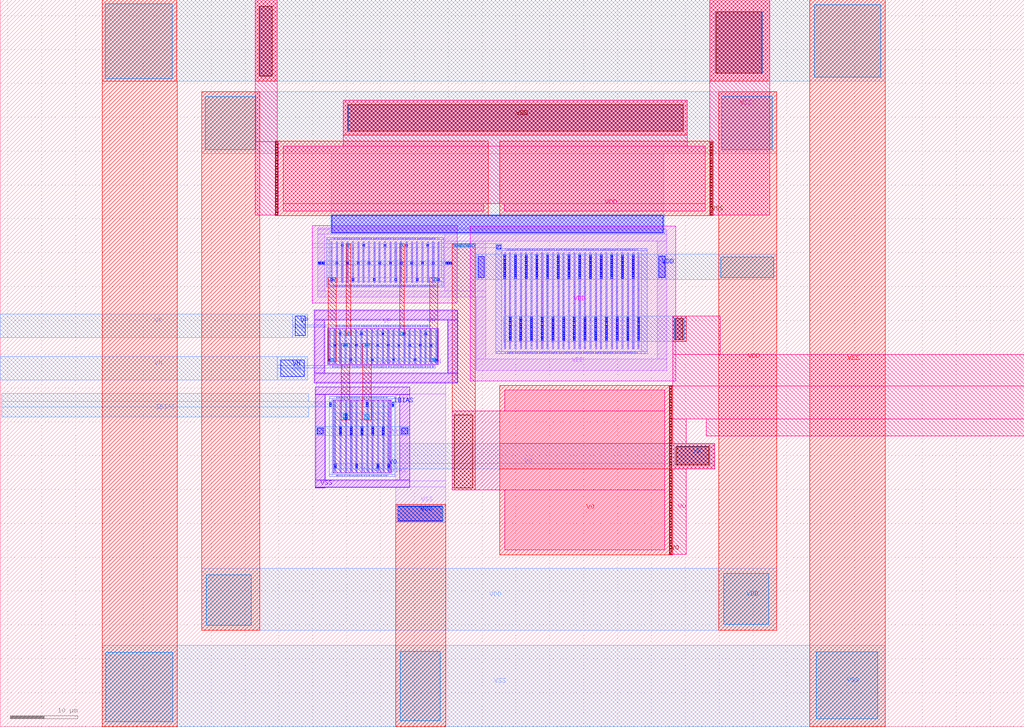
<source format=lef>
VERSION 5.7 ;
  NOWIREEXTENSIONATPIN ON ;
  DIVIDERCHAR "/" ;
  BUSBITCHARS "[]" ;
MACRO OpampM
  CLASS BLOCK ;
  FOREIGN OpampM ;
  ORIGIN 46.105 50.020 ;
  SIZE 151.125 BY 107.390 ;
  PIN VN
    ANTENNAGATEAREA 25.000000 ;
    PORT
      LAYER li1 ;
        RECT 2.600 2.975 18.110 3.295 ;
      LAYER mcon ;
        RECT 2.855 3.055 3.025 3.225 ;
        RECT 3.215 3.055 3.385 3.225 ;
        RECT 3.575 3.055 3.745 3.225 ;
        RECT 3.935 3.055 4.105 3.225 ;
        RECT 4.295 3.055 4.465 3.225 ;
        RECT 4.655 3.055 4.825 3.225 ;
        RECT 5.015 3.055 5.185 3.225 ;
        RECT 5.375 3.055 5.545 3.225 ;
        RECT 5.735 3.055 5.905 3.225 ;
        RECT 6.095 3.055 6.265 3.225 ;
        RECT 6.455 3.055 6.625 3.225 ;
        RECT 6.815 3.055 6.985 3.225 ;
        RECT 7.175 3.055 7.345 3.225 ;
        RECT 7.535 3.055 7.705 3.225 ;
        RECT 7.895 3.055 8.065 3.225 ;
        RECT 8.255 3.055 8.425 3.225 ;
        RECT 8.615 3.055 8.785 3.225 ;
        RECT 8.975 3.055 9.145 3.225 ;
        RECT 9.335 3.055 9.505 3.225 ;
        RECT 9.695 3.055 9.865 3.225 ;
        RECT 10.055 3.055 10.225 3.225 ;
        RECT 10.415 3.055 10.585 3.225 ;
        RECT 10.775 3.055 10.945 3.225 ;
        RECT 11.135 3.055 11.305 3.225 ;
        RECT 11.495 3.055 11.665 3.225 ;
        RECT 11.855 3.055 12.025 3.225 ;
        RECT 12.215 3.055 12.385 3.225 ;
        RECT 12.575 3.055 12.745 3.225 ;
        RECT 12.935 3.055 13.105 3.225 ;
        RECT 13.295 3.055 13.465 3.225 ;
        RECT 13.655 3.055 13.825 3.225 ;
        RECT 14.015 3.055 14.185 3.225 ;
        RECT 14.375 3.055 14.545 3.225 ;
        RECT 14.735 3.055 14.905 3.225 ;
        RECT 15.095 3.055 15.265 3.225 ;
        RECT 15.455 3.055 15.625 3.225 ;
        RECT 15.815 3.055 15.985 3.225 ;
        RECT 16.175 3.055 16.345 3.225 ;
        RECT 16.535 3.055 16.705 3.225 ;
        RECT 16.895 3.055 17.065 3.225 ;
        RECT 17.255 3.055 17.425 3.225 ;
        RECT 17.615 3.055 17.785 3.225 ;
      LAYER met1 ;
        RECT -5.225 3.295 -0.720 4.680 ;
        RECT -5.225 2.975 18.110 3.295 ;
        RECT -5.225 1.205 -0.720 2.975 ;
      LAYER via ;
        RECT -4.735 1.665 -1.275 4.165 ;
      LAYER met2 ;
        RECT -46.105 1.205 -0.720 4.680 ;
    END
  END VN
  PIN VP
    ANTENNAGATEAREA 25.000000 ;
    PORT
      LAYER li1 ;
        RECT 3.390 8.975 17.320 9.295 ;
      LAYER mcon ;
        RECT 3.530 9.055 3.700 9.225 ;
        RECT 3.890 9.055 4.060 9.225 ;
        RECT 4.250 9.055 4.420 9.225 ;
        RECT 4.610 9.055 4.780 9.225 ;
        RECT 4.970 9.055 5.140 9.225 ;
        RECT 5.330 9.055 5.500 9.225 ;
        RECT 5.690 9.055 5.860 9.225 ;
        RECT 6.050 9.055 6.220 9.225 ;
        RECT 6.410 9.055 6.580 9.225 ;
        RECT 6.770 9.055 6.940 9.225 ;
        RECT 7.130 9.055 7.300 9.225 ;
        RECT 7.490 9.055 7.660 9.225 ;
        RECT 7.850 9.055 8.020 9.225 ;
        RECT 8.210 9.055 8.380 9.225 ;
        RECT 8.570 9.055 8.740 9.225 ;
        RECT 8.930 9.055 9.100 9.225 ;
        RECT 9.290 9.055 9.460 9.225 ;
        RECT 9.650 9.055 9.820 9.225 ;
        RECT 10.010 9.055 10.180 9.225 ;
        RECT 10.370 9.055 10.540 9.225 ;
        RECT 10.730 9.055 10.900 9.225 ;
        RECT 11.090 9.055 11.260 9.225 ;
        RECT 11.450 9.055 11.620 9.225 ;
        RECT 11.810 9.055 11.980 9.225 ;
        RECT 12.170 9.055 12.340 9.225 ;
        RECT 12.530 9.055 12.700 9.225 ;
        RECT 12.890 9.055 13.060 9.225 ;
        RECT 13.250 9.055 13.420 9.225 ;
        RECT 13.610 9.055 13.780 9.225 ;
        RECT 13.970 9.055 14.140 9.225 ;
        RECT 14.330 9.055 14.500 9.225 ;
        RECT 14.690 9.055 14.860 9.225 ;
        RECT 15.050 9.055 15.220 9.225 ;
        RECT 15.410 9.055 15.580 9.225 ;
        RECT 15.770 9.055 15.940 9.225 ;
        RECT 16.130 9.055 16.300 9.225 ;
        RECT 16.490 9.055 16.660 9.225 ;
        RECT 16.850 9.055 17.020 9.225 ;
      LAYER met1 ;
        RECT -2.920 9.295 -0.720 10.955 ;
        RECT -2.920 8.975 17.320 9.295 ;
        RECT -2.920 7.480 -0.720 8.975 ;
      LAYER via ;
        RECT -2.620 7.780 -1.080 10.600 ;
      LAYER met2 ;
        RECT -46.105 7.480 -0.720 10.955 ;
    END
  END VP
  PIN IBIAS
    ANTENNAGATEAREA 52.500000 ;
    ANTENNADIFFAREA 3.045000 ;
    PORT
      LAYER li1 ;
        RECT 3.460 -1.555 11.070 -1.235 ;
        RECT 7.970 -12.415 8.140 -1.875 ;
        RECT 3.460 -13.055 11.070 -12.735 ;
      LAYER mcon ;
        RECT 3.560 -1.475 3.730 -1.305 ;
        RECT 3.920 -1.475 4.090 -1.305 ;
        RECT 4.280 -1.475 4.450 -1.305 ;
        RECT 4.640 -1.475 4.810 -1.305 ;
        RECT 5.000 -1.475 5.170 -1.305 ;
        RECT 5.360 -1.475 5.530 -1.305 ;
        RECT 5.720 -1.475 5.890 -1.305 ;
        RECT 6.080 -1.475 6.250 -1.305 ;
        RECT 6.440 -1.475 6.610 -1.305 ;
        RECT 6.800 -1.475 6.970 -1.305 ;
        RECT 7.160 -1.475 7.330 -1.305 ;
        RECT 7.520 -1.475 7.690 -1.305 ;
        RECT 7.880 -1.475 8.050 -1.305 ;
        RECT 8.240 -1.475 8.410 -1.305 ;
        RECT 8.600 -1.475 8.770 -1.305 ;
        RECT 8.960 -1.475 9.130 -1.305 ;
        RECT 9.320 -1.475 9.490 -1.305 ;
        RECT 9.680 -1.475 9.850 -1.305 ;
        RECT 10.040 -1.475 10.210 -1.305 ;
        RECT 10.400 -1.475 10.570 -1.305 ;
        RECT 10.760 -1.475 10.930 -1.305 ;
        RECT 7.970 -2.190 8.140 -2.020 ;
        RECT 7.970 -2.550 8.140 -2.380 ;
        RECT 7.970 -2.910 8.140 -2.740 ;
        RECT 7.970 -3.270 8.140 -3.100 ;
        RECT 7.970 -3.630 8.140 -3.460 ;
        RECT 7.970 -3.990 8.140 -3.820 ;
        RECT 7.970 -4.350 8.140 -4.180 ;
        RECT 7.970 -4.710 8.140 -4.540 ;
        RECT 7.970 -5.070 8.140 -4.900 ;
        RECT 7.970 -5.430 8.140 -5.260 ;
        RECT 7.970 -5.790 8.140 -5.620 ;
        RECT 7.970 -6.150 8.140 -5.980 ;
        RECT 7.970 -6.510 8.140 -6.340 ;
        RECT 7.970 -6.870 8.140 -6.700 ;
        RECT 7.970 -7.230 8.140 -7.060 ;
        RECT 7.970 -7.590 8.140 -7.420 ;
        RECT 7.970 -7.950 8.140 -7.780 ;
        RECT 7.970 -8.310 8.140 -8.140 ;
        RECT 7.970 -8.670 8.140 -8.500 ;
        RECT 7.970 -9.030 8.140 -8.860 ;
        RECT 7.970 -9.390 8.140 -9.220 ;
        RECT 7.970 -9.750 8.140 -9.580 ;
        RECT 7.970 -10.110 8.140 -9.940 ;
        RECT 7.970 -10.470 8.140 -10.300 ;
        RECT 7.970 -10.830 8.140 -10.660 ;
        RECT 7.970 -11.190 8.140 -11.020 ;
        RECT 7.970 -11.550 8.140 -11.380 ;
        RECT 7.970 -11.910 8.140 -11.740 ;
        RECT 7.970 -12.270 8.140 -12.100 ;
        RECT 3.560 -12.975 3.730 -12.805 ;
        RECT 3.920 -12.975 4.090 -12.805 ;
        RECT 4.280 -12.975 4.450 -12.805 ;
        RECT 4.640 -12.975 4.810 -12.805 ;
        RECT 5.000 -12.975 5.170 -12.805 ;
        RECT 5.360 -12.975 5.530 -12.805 ;
        RECT 5.720 -12.975 5.890 -12.805 ;
        RECT 6.080 -12.975 6.250 -12.805 ;
        RECT 6.440 -12.975 6.610 -12.805 ;
        RECT 6.800 -12.975 6.970 -12.805 ;
        RECT 7.160 -12.975 7.330 -12.805 ;
        RECT 7.520 -12.975 7.690 -12.805 ;
        RECT 7.880 -12.975 8.050 -12.805 ;
        RECT 8.240 -12.975 8.410 -12.805 ;
        RECT 8.600 -12.975 8.770 -12.805 ;
        RECT 8.960 -12.975 9.130 -12.805 ;
        RECT 9.320 -12.975 9.490 -12.805 ;
        RECT 9.680 -12.975 9.850 -12.805 ;
        RECT 10.040 -12.975 10.210 -12.805 ;
        RECT 10.400 -12.975 10.570 -12.805 ;
        RECT 10.760 -12.975 10.930 -12.805 ;
      LAYER met1 ;
        RECT 2.400 -1.555 12.100 -1.235 ;
        RECT 2.400 -12.735 2.860 -1.555 ;
        RECT 7.940 -2.010 8.170 -1.895 ;
        RECT 7.895 -2.825 8.215 -2.010 ;
        RECT 7.940 -12.395 8.170 -2.825 ;
        RECT 11.640 -12.735 12.100 -1.555 ;
        RECT 2.400 -13.055 12.100 -12.735 ;
      LAYER via ;
        RECT 2.500 -2.380 2.760 -2.120 ;
        RECT 2.500 -2.700 2.760 -2.440 ;
        RECT 7.925 -2.390 8.185 -2.130 ;
        RECT 7.925 -2.710 8.185 -2.450 ;
        RECT 11.730 -2.420 11.990 -2.160 ;
        RECT 11.730 -2.740 11.990 -2.480 ;
      LAYER met2 ;
        RECT -45.880 -2.005 -0.625 -0.815 ;
        RECT -45.880 -2.835 12.100 -2.005 ;
        RECT -45.880 -4.290 -0.625 -2.835 ;
    END
  END IBIAS
  PIN VDD
    ANTENNADIFFAREA 269.293793 ;
    PORT
      LAYER nwell ;
        RECT -0.090 12.555 21.295 24.005 ;
        RECT 23.240 1.040 53.600 23.910 ;
      LAYER li1 ;
        RECT 2.680 23.650 51.925 25.620 ;
        RECT 0.715 23.400 51.925 23.650 ;
        RECT 0.715 22.745 52.255 23.400 ;
        RECT 0.715 14.340 1.805 22.745 ;
        RECT 19.515 21.720 52.255 22.745 ;
        RECT 3.480 15.550 3.650 21.590 ;
        RECT 5.060 15.550 5.230 21.590 ;
        RECT 6.640 15.550 6.810 21.590 ;
        RECT 8.220 15.550 8.390 21.590 ;
        RECT 9.800 15.550 9.970 21.590 ;
        RECT 11.380 15.550 11.550 21.590 ;
        RECT 12.960 15.550 13.130 21.590 ;
        RECT 14.540 15.550 14.710 21.590 ;
        RECT 16.120 15.550 16.290 21.590 ;
        RECT 17.700 15.550 17.870 21.590 ;
        RECT 19.515 14.340 25.565 21.720 ;
        RECT 0.715 13.435 25.565 14.340 ;
        RECT 24.145 4.260 25.565 13.435 ;
        RECT 28.265 5.725 28.435 19.965 ;
        RECT 29.845 5.725 30.015 19.965 ;
        RECT 31.425 5.725 31.595 19.965 ;
        RECT 33.005 5.725 33.175 19.965 ;
        RECT 34.585 5.725 34.755 19.965 ;
        RECT 36.165 5.725 36.335 19.965 ;
        RECT 37.745 5.725 37.915 19.965 ;
        RECT 39.325 5.725 39.495 19.965 ;
        RECT 40.905 5.725 41.075 19.965 ;
        RECT 42.485 5.725 42.655 19.965 ;
        RECT 44.065 5.725 44.235 19.965 ;
        RECT 45.645 5.725 45.815 19.965 ;
        RECT 47.225 5.725 47.395 19.965 ;
        RECT 50.835 4.260 52.255 21.720 ;
        RECT 24.145 2.580 52.255 4.260 ;
      LAYER mcon ;
        RECT 2.885 22.845 51.655 25.535 ;
        RECT 0.805 18.375 0.975 18.545 ;
        RECT 1.165 18.375 1.335 18.545 ;
        RECT 1.525 18.375 1.695 18.545 ;
        RECT 3.480 21.185 3.650 21.355 ;
        RECT 3.480 20.825 3.650 20.995 ;
        RECT 3.480 20.465 3.650 20.635 ;
        RECT 3.480 20.105 3.650 20.275 ;
        RECT 3.480 19.745 3.650 19.915 ;
        RECT 3.480 19.385 3.650 19.555 ;
        RECT 3.480 19.025 3.650 19.195 ;
        RECT 3.480 18.665 3.650 18.835 ;
        RECT 3.480 18.305 3.650 18.475 ;
        RECT 3.480 17.945 3.650 18.115 ;
        RECT 3.480 17.585 3.650 17.755 ;
        RECT 3.480 17.225 3.650 17.395 ;
        RECT 3.480 16.865 3.650 17.035 ;
        RECT 3.480 16.505 3.650 16.675 ;
        RECT 3.480 16.145 3.650 16.315 ;
        RECT 3.480 15.785 3.650 15.955 ;
        RECT 5.060 21.185 5.230 21.355 ;
        RECT 5.060 20.825 5.230 20.995 ;
        RECT 5.060 20.465 5.230 20.635 ;
        RECT 5.060 20.105 5.230 20.275 ;
        RECT 5.060 19.745 5.230 19.915 ;
        RECT 5.060 19.385 5.230 19.555 ;
        RECT 5.060 19.025 5.230 19.195 ;
        RECT 5.060 18.665 5.230 18.835 ;
        RECT 5.060 18.305 5.230 18.475 ;
        RECT 5.060 17.945 5.230 18.115 ;
        RECT 5.060 17.585 5.230 17.755 ;
        RECT 5.060 17.225 5.230 17.395 ;
        RECT 5.060 16.865 5.230 17.035 ;
        RECT 5.060 16.505 5.230 16.675 ;
        RECT 5.060 16.145 5.230 16.315 ;
        RECT 5.060 15.785 5.230 15.955 ;
        RECT 6.640 21.185 6.810 21.355 ;
        RECT 6.640 20.825 6.810 20.995 ;
        RECT 6.640 20.465 6.810 20.635 ;
        RECT 6.640 20.105 6.810 20.275 ;
        RECT 6.640 19.745 6.810 19.915 ;
        RECT 6.640 19.385 6.810 19.555 ;
        RECT 6.640 19.025 6.810 19.195 ;
        RECT 6.640 18.665 6.810 18.835 ;
        RECT 6.640 18.305 6.810 18.475 ;
        RECT 6.640 17.945 6.810 18.115 ;
        RECT 6.640 17.585 6.810 17.755 ;
        RECT 6.640 17.225 6.810 17.395 ;
        RECT 6.640 16.865 6.810 17.035 ;
        RECT 6.640 16.505 6.810 16.675 ;
        RECT 6.640 16.145 6.810 16.315 ;
        RECT 6.640 15.785 6.810 15.955 ;
        RECT 8.220 21.185 8.390 21.355 ;
        RECT 8.220 20.825 8.390 20.995 ;
        RECT 8.220 20.465 8.390 20.635 ;
        RECT 8.220 20.105 8.390 20.275 ;
        RECT 8.220 19.745 8.390 19.915 ;
        RECT 8.220 19.385 8.390 19.555 ;
        RECT 8.220 19.025 8.390 19.195 ;
        RECT 8.220 18.665 8.390 18.835 ;
        RECT 8.220 18.305 8.390 18.475 ;
        RECT 8.220 17.945 8.390 18.115 ;
        RECT 8.220 17.585 8.390 17.755 ;
        RECT 8.220 17.225 8.390 17.395 ;
        RECT 8.220 16.865 8.390 17.035 ;
        RECT 8.220 16.505 8.390 16.675 ;
        RECT 8.220 16.145 8.390 16.315 ;
        RECT 8.220 15.785 8.390 15.955 ;
        RECT 9.800 21.185 9.970 21.355 ;
        RECT 9.800 20.825 9.970 20.995 ;
        RECT 9.800 20.465 9.970 20.635 ;
        RECT 9.800 20.105 9.970 20.275 ;
        RECT 9.800 19.745 9.970 19.915 ;
        RECT 9.800 19.385 9.970 19.555 ;
        RECT 9.800 19.025 9.970 19.195 ;
        RECT 9.800 18.665 9.970 18.835 ;
        RECT 9.800 18.305 9.970 18.475 ;
        RECT 9.800 17.945 9.970 18.115 ;
        RECT 9.800 17.585 9.970 17.755 ;
        RECT 9.800 17.225 9.970 17.395 ;
        RECT 9.800 16.865 9.970 17.035 ;
        RECT 9.800 16.505 9.970 16.675 ;
        RECT 9.800 16.145 9.970 16.315 ;
        RECT 9.800 15.785 9.970 15.955 ;
        RECT 11.380 21.185 11.550 21.355 ;
        RECT 11.380 20.825 11.550 20.995 ;
        RECT 11.380 20.465 11.550 20.635 ;
        RECT 11.380 20.105 11.550 20.275 ;
        RECT 11.380 19.745 11.550 19.915 ;
        RECT 11.380 19.385 11.550 19.555 ;
        RECT 11.380 19.025 11.550 19.195 ;
        RECT 11.380 18.665 11.550 18.835 ;
        RECT 11.380 18.305 11.550 18.475 ;
        RECT 11.380 17.945 11.550 18.115 ;
        RECT 11.380 17.585 11.550 17.755 ;
        RECT 11.380 17.225 11.550 17.395 ;
        RECT 11.380 16.865 11.550 17.035 ;
        RECT 11.380 16.505 11.550 16.675 ;
        RECT 11.380 16.145 11.550 16.315 ;
        RECT 11.380 15.785 11.550 15.955 ;
        RECT 12.960 21.185 13.130 21.355 ;
        RECT 12.960 20.825 13.130 20.995 ;
        RECT 12.960 20.465 13.130 20.635 ;
        RECT 12.960 20.105 13.130 20.275 ;
        RECT 12.960 19.745 13.130 19.915 ;
        RECT 12.960 19.385 13.130 19.555 ;
        RECT 12.960 19.025 13.130 19.195 ;
        RECT 12.960 18.665 13.130 18.835 ;
        RECT 12.960 18.305 13.130 18.475 ;
        RECT 12.960 17.945 13.130 18.115 ;
        RECT 12.960 17.585 13.130 17.755 ;
        RECT 12.960 17.225 13.130 17.395 ;
        RECT 12.960 16.865 13.130 17.035 ;
        RECT 12.960 16.505 13.130 16.675 ;
        RECT 12.960 16.145 13.130 16.315 ;
        RECT 12.960 15.785 13.130 15.955 ;
        RECT 14.540 21.185 14.710 21.355 ;
        RECT 14.540 20.825 14.710 20.995 ;
        RECT 14.540 20.465 14.710 20.635 ;
        RECT 14.540 20.105 14.710 20.275 ;
        RECT 14.540 19.745 14.710 19.915 ;
        RECT 14.540 19.385 14.710 19.555 ;
        RECT 14.540 19.025 14.710 19.195 ;
        RECT 14.540 18.665 14.710 18.835 ;
        RECT 14.540 18.305 14.710 18.475 ;
        RECT 14.540 17.945 14.710 18.115 ;
        RECT 14.540 17.585 14.710 17.755 ;
        RECT 14.540 17.225 14.710 17.395 ;
        RECT 14.540 16.865 14.710 17.035 ;
        RECT 14.540 16.505 14.710 16.675 ;
        RECT 14.540 16.145 14.710 16.315 ;
        RECT 14.540 15.785 14.710 15.955 ;
        RECT 16.120 21.185 16.290 21.355 ;
        RECT 16.120 20.825 16.290 20.995 ;
        RECT 16.120 20.465 16.290 20.635 ;
        RECT 16.120 20.105 16.290 20.275 ;
        RECT 16.120 19.745 16.290 19.915 ;
        RECT 16.120 19.385 16.290 19.555 ;
        RECT 16.120 19.025 16.290 19.195 ;
        RECT 16.120 18.665 16.290 18.835 ;
        RECT 16.120 18.305 16.290 18.475 ;
        RECT 16.120 17.945 16.290 18.115 ;
        RECT 16.120 17.585 16.290 17.755 ;
        RECT 16.120 17.225 16.290 17.395 ;
        RECT 16.120 16.865 16.290 17.035 ;
        RECT 16.120 16.505 16.290 16.675 ;
        RECT 16.120 16.145 16.290 16.315 ;
        RECT 16.120 15.785 16.290 15.955 ;
        RECT 17.700 21.185 17.870 21.355 ;
        RECT 17.700 20.825 17.870 20.995 ;
        RECT 17.700 20.465 17.870 20.635 ;
        RECT 17.700 20.105 17.870 20.275 ;
        RECT 17.700 19.745 17.870 19.915 ;
        RECT 17.700 19.385 17.870 19.555 ;
        RECT 17.700 19.025 17.870 19.195 ;
        RECT 17.700 18.665 17.870 18.835 ;
        RECT 17.700 18.305 17.870 18.475 ;
        RECT 17.700 17.945 17.870 18.115 ;
        RECT 17.700 17.585 17.870 17.755 ;
        RECT 17.700 17.225 17.870 17.395 ;
        RECT 17.700 16.865 17.870 17.035 ;
        RECT 17.700 16.505 17.870 16.675 ;
        RECT 17.700 16.145 17.870 16.315 ;
        RECT 17.700 15.785 17.870 15.955 ;
        RECT 19.610 18.380 19.780 18.550 ;
        RECT 19.970 18.380 20.140 18.550 ;
        RECT 20.330 18.380 20.500 18.550 ;
        RECT 24.420 16.325 25.310 19.375 ;
        RECT 28.265 19.600 28.435 19.770 ;
        RECT 28.265 19.240 28.435 19.410 ;
        RECT 28.265 18.880 28.435 19.050 ;
        RECT 28.265 18.520 28.435 18.690 ;
        RECT 28.265 18.160 28.435 18.330 ;
        RECT 28.265 17.800 28.435 17.970 ;
        RECT 28.265 17.440 28.435 17.610 ;
        RECT 28.265 17.080 28.435 17.250 ;
        RECT 28.265 16.720 28.435 16.890 ;
        RECT 28.265 16.360 28.435 16.530 ;
        RECT 28.265 16.000 28.435 16.170 ;
        RECT 28.265 15.640 28.435 15.810 ;
        RECT 28.265 15.280 28.435 15.450 ;
        RECT 28.265 14.920 28.435 15.090 ;
        RECT 28.265 14.560 28.435 14.730 ;
        RECT 28.265 14.200 28.435 14.370 ;
        RECT 28.265 13.840 28.435 14.010 ;
        RECT 28.265 13.480 28.435 13.650 ;
        RECT 28.265 13.120 28.435 13.290 ;
        RECT 28.265 12.760 28.435 12.930 ;
        RECT 28.265 12.400 28.435 12.570 ;
        RECT 28.265 12.040 28.435 12.210 ;
        RECT 28.265 11.680 28.435 11.850 ;
        RECT 28.265 11.320 28.435 11.490 ;
        RECT 28.265 10.960 28.435 11.130 ;
        RECT 28.265 10.600 28.435 10.770 ;
        RECT 28.265 10.240 28.435 10.410 ;
        RECT 28.265 9.880 28.435 10.050 ;
        RECT 28.265 9.520 28.435 9.690 ;
        RECT 28.265 9.160 28.435 9.330 ;
        RECT 28.265 8.800 28.435 8.970 ;
        RECT 28.265 8.440 28.435 8.610 ;
        RECT 28.265 8.080 28.435 8.250 ;
        RECT 28.265 7.720 28.435 7.890 ;
        RECT 28.265 7.360 28.435 7.530 ;
        RECT 28.265 7.000 28.435 7.170 ;
        RECT 28.265 6.640 28.435 6.810 ;
        RECT 28.265 6.280 28.435 6.450 ;
        RECT 28.265 5.920 28.435 6.090 ;
        RECT 29.845 19.600 30.015 19.770 ;
        RECT 29.845 19.240 30.015 19.410 ;
        RECT 29.845 18.880 30.015 19.050 ;
        RECT 29.845 18.520 30.015 18.690 ;
        RECT 29.845 18.160 30.015 18.330 ;
        RECT 29.845 17.800 30.015 17.970 ;
        RECT 29.845 17.440 30.015 17.610 ;
        RECT 29.845 17.080 30.015 17.250 ;
        RECT 29.845 16.720 30.015 16.890 ;
        RECT 29.845 16.360 30.015 16.530 ;
        RECT 29.845 16.000 30.015 16.170 ;
        RECT 29.845 15.640 30.015 15.810 ;
        RECT 29.845 15.280 30.015 15.450 ;
        RECT 29.845 14.920 30.015 15.090 ;
        RECT 29.845 14.560 30.015 14.730 ;
        RECT 29.845 14.200 30.015 14.370 ;
        RECT 29.845 13.840 30.015 14.010 ;
        RECT 29.845 13.480 30.015 13.650 ;
        RECT 29.845 13.120 30.015 13.290 ;
        RECT 29.845 12.760 30.015 12.930 ;
        RECT 29.845 12.400 30.015 12.570 ;
        RECT 29.845 12.040 30.015 12.210 ;
        RECT 29.845 11.680 30.015 11.850 ;
        RECT 29.845 11.320 30.015 11.490 ;
        RECT 29.845 10.960 30.015 11.130 ;
        RECT 29.845 10.600 30.015 10.770 ;
        RECT 29.845 10.240 30.015 10.410 ;
        RECT 29.845 9.880 30.015 10.050 ;
        RECT 29.845 9.520 30.015 9.690 ;
        RECT 29.845 9.160 30.015 9.330 ;
        RECT 29.845 8.800 30.015 8.970 ;
        RECT 29.845 8.440 30.015 8.610 ;
        RECT 29.845 8.080 30.015 8.250 ;
        RECT 29.845 7.720 30.015 7.890 ;
        RECT 29.845 7.360 30.015 7.530 ;
        RECT 29.845 7.000 30.015 7.170 ;
        RECT 29.845 6.640 30.015 6.810 ;
        RECT 29.845 6.280 30.015 6.450 ;
        RECT 29.845 5.920 30.015 6.090 ;
        RECT 31.425 19.600 31.595 19.770 ;
        RECT 31.425 19.240 31.595 19.410 ;
        RECT 31.425 18.880 31.595 19.050 ;
        RECT 31.425 18.520 31.595 18.690 ;
        RECT 31.425 18.160 31.595 18.330 ;
        RECT 31.425 17.800 31.595 17.970 ;
        RECT 31.425 17.440 31.595 17.610 ;
        RECT 31.425 17.080 31.595 17.250 ;
        RECT 31.425 16.720 31.595 16.890 ;
        RECT 31.425 16.360 31.595 16.530 ;
        RECT 31.425 16.000 31.595 16.170 ;
        RECT 31.425 15.640 31.595 15.810 ;
        RECT 31.425 15.280 31.595 15.450 ;
        RECT 31.425 14.920 31.595 15.090 ;
        RECT 31.425 14.560 31.595 14.730 ;
        RECT 31.425 14.200 31.595 14.370 ;
        RECT 31.425 13.840 31.595 14.010 ;
        RECT 31.425 13.480 31.595 13.650 ;
        RECT 31.425 13.120 31.595 13.290 ;
        RECT 31.425 12.760 31.595 12.930 ;
        RECT 31.425 12.400 31.595 12.570 ;
        RECT 31.425 12.040 31.595 12.210 ;
        RECT 31.425 11.680 31.595 11.850 ;
        RECT 31.425 11.320 31.595 11.490 ;
        RECT 31.425 10.960 31.595 11.130 ;
        RECT 31.425 10.600 31.595 10.770 ;
        RECT 31.425 10.240 31.595 10.410 ;
        RECT 31.425 9.880 31.595 10.050 ;
        RECT 31.425 9.520 31.595 9.690 ;
        RECT 31.425 9.160 31.595 9.330 ;
        RECT 31.425 8.800 31.595 8.970 ;
        RECT 31.425 8.440 31.595 8.610 ;
        RECT 31.425 8.080 31.595 8.250 ;
        RECT 31.425 7.720 31.595 7.890 ;
        RECT 31.425 7.360 31.595 7.530 ;
        RECT 31.425 7.000 31.595 7.170 ;
        RECT 31.425 6.640 31.595 6.810 ;
        RECT 31.425 6.280 31.595 6.450 ;
        RECT 31.425 5.920 31.595 6.090 ;
        RECT 33.005 19.600 33.175 19.770 ;
        RECT 33.005 19.240 33.175 19.410 ;
        RECT 33.005 18.880 33.175 19.050 ;
        RECT 33.005 18.520 33.175 18.690 ;
        RECT 33.005 18.160 33.175 18.330 ;
        RECT 33.005 17.800 33.175 17.970 ;
        RECT 33.005 17.440 33.175 17.610 ;
        RECT 33.005 17.080 33.175 17.250 ;
        RECT 33.005 16.720 33.175 16.890 ;
        RECT 33.005 16.360 33.175 16.530 ;
        RECT 33.005 16.000 33.175 16.170 ;
        RECT 33.005 15.640 33.175 15.810 ;
        RECT 33.005 15.280 33.175 15.450 ;
        RECT 33.005 14.920 33.175 15.090 ;
        RECT 33.005 14.560 33.175 14.730 ;
        RECT 33.005 14.200 33.175 14.370 ;
        RECT 33.005 13.840 33.175 14.010 ;
        RECT 33.005 13.480 33.175 13.650 ;
        RECT 33.005 13.120 33.175 13.290 ;
        RECT 33.005 12.760 33.175 12.930 ;
        RECT 33.005 12.400 33.175 12.570 ;
        RECT 33.005 12.040 33.175 12.210 ;
        RECT 33.005 11.680 33.175 11.850 ;
        RECT 33.005 11.320 33.175 11.490 ;
        RECT 33.005 10.960 33.175 11.130 ;
        RECT 33.005 10.600 33.175 10.770 ;
        RECT 33.005 10.240 33.175 10.410 ;
        RECT 33.005 9.880 33.175 10.050 ;
        RECT 33.005 9.520 33.175 9.690 ;
        RECT 33.005 9.160 33.175 9.330 ;
        RECT 33.005 8.800 33.175 8.970 ;
        RECT 33.005 8.440 33.175 8.610 ;
        RECT 33.005 8.080 33.175 8.250 ;
        RECT 33.005 7.720 33.175 7.890 ;
        RECT 33.005 7.360 33.175 7.530 ;
        RECT 33.005 7.000 33.175 7.170 ;
        RECT 33.005 6.640 33.175 6.810 ;
        RECT 33.005 6.280 33.175 6.450 ;
        RECT 33.005 5.920 33.175 6.090 ;
        RECT 34.585 19.600 34.755 19.770 ;
        RECT 34.585 19.240 34.755 19.410 ;
        RECT 34.585 18.880 34.755 19.050 ;
        RECT 34.585 18.520 34.755 18.690 ;
        RECT 34.585 18.160 34.755 18.330 ;
        RECT 34.585 17.800 34.755 17.970 ;
        RECT 34.585 17.440 34.755 17.610 ;
        RECT 34.585 17.080 34.755 17.250 ;
        RECT 34.585 16.720 34.755 16.890 ;
        RECT 34.585 16.360 34.755 16.530 ;
        RECT 34.585 16.000 34.755 16.170 ;
        RECT 34.585 15.640 34.755 15.810 ;
        RECT 34.585 15.280 34.755 15.450 ;
        RECT 34.585 14.920 34.755 15.090 ;
        RECT 34.585 14.560 34.755 14.730 ;
        RECT 34.585 14.200 34.755 14.370 ;
        RECT 34.585 13.840 34.755 14.010 ;
        RECT 34.585 13.480 34.755 13.650 ;
        RECT 34.585 13.120 34.755 13.290 ;
        RECT 34.585 12.760 34.755 12.930 ;
        RECT 34.585 12.400 34.755 12.570 ;
        RECT 34.585 12.040 34.755 12.210 ;
        RECT 34.585 11.680 34.755 11.850 ;
        RECT 34.585 11.320 34.755 11.490 ;
        RECT 34.585 10.960 34.755 11.130 ;
        RECT 34.585 10.600 34.755 10.770 ;
        RECT 34.585 10.240 34.755 10.410 ;
        RECT 34.585 9.880 34.755 10.050 ;
        RECT 34.585 9.520 34.755 9.690 ;
        RECT 34.585 9.160 34.755 9.330 ;
        RECT 34.585 8.800 34.755 8.970 ;
        RECT 34.585 8.440 34.755 8.610 ;
        RECT 34.585 8.080 34.755 8.250 ;
        RECT 34.585 7.720 34.755 7.890 ;
        RECT 34.585 7.360 34.755 7.530 ;
        RECT 34.585 7.000 34.755 7.170 ;
        RECT 34.585 6.640 34.755 6.810 ;
        RECT 34.585 6.280 34.755 6.450 ;
        RECT 34.585 5.920 34.755 6.090 ;
        RECT 36.165 19.600 36.335 19.770 ;
        RECT 36.165 19.240 36.335 19.410 ;
        RECT 36.165 18.880 36.335 19.050 ;
        RECT 36.165 18.520 36.335 18.690 ;
        RECT 36.165 18.160 36.335 18.330 ;
        RECT 36.165 17.800 36.335 17.970 ;
        RECT 36.165 17.440 36.335 17.610 ;
        RECT 36.165 17.080 36.335 17.250 ;
        RECT 36.165 16.720 36.335 16.890 ;
        RECT 36.165 16.360 36.335 16.530 ;
        RECT 36.165 16.000 36.335 16.170 ;
        RECT 36.165 15.640 36.335 15.810 ;
        RECT 36.165 15.280 36.335 15.450 ;
        RECT 36.165 14.920 36.335 15.090 ;
        RECT 36.165 14.560 36.335 14.730 ;
        RECT 36.165 14.200 36.335 14.370 ;
        RECT 36.165 13.840 36.335 14.010 ;
        RECT 36.165 13.480 36.335 13.650 ;
        RECT 36.165 13.120 36.335 13.290 ;
        RECT 36.165 12.760 36.335 12.930 ;
        RECT 36.165 12.400 36.335 12.570 ;
        RECT 36.165 12.040 36.335 12.210 ;
        RECT 36.165 11.680 36.335 11.850 ;
        RECT 36.165 11.320 36.335 11.490 ;
        RECT 36.165 10.960 36.335 11.130 ;
        RECT 36.165 10.600 36.335 10.770 ;
        RECT 36.165 10.240 36.335 10.410 ;
        RECT 36.165 9.880 36.335 10.050 ;
        RECT 36.165 9.520 36.335 9.690 ;
        RECT 36.165 9.160 36.335 9.330 ;
        RECT 36.165 8.800 36.335 8.970 ;
        RECT 36.165 8.440 36.335 8.610 ;
        RECT 36.165 8.080 36.335 8.250 ;
        RECT 36.165 7.720 36.335 7.890 ;
        RECT 36.165 7.360 36.335 7.530 ;
        RECT 36.165 7.000 36.335 7.170 ;
        RECT 36.165 6.640 36.335 6.810 ;
        RECT 36.165 6.280 36.335 6.450 ;
        RECT 36.165 5.920 36.335 6.090 ;
        RECT 37.745 19.600 37.915 19.770 ;
        RECT 37.745 19.240 37.915 19.410 ;
        RECT 37.745 18.880 37.915 19.050 ;
        RECT 37.745 18.520 37.915 18.690 ;
        RECT 37.745 18.160 37.915 18.330 ;
        RECT 37.745 17.800 37.915 17.970 ;
        RECT 37.745 17.440 37.915 17.610 ;
        RECT 37.745 17.080 37.915 17.250 ;
        RECT 37.745 16.720 37.915 16.890 ;
        RECT 37.745 16.360 37.915 16.530 ;
        RECT 37.745 16.000 37.915 16.170 ;
        RECT 37.745 15.640 37.915 15.810 ;
        RECT 37.745 15.280 37.915 15.450 ;
        RECT 37.745 14.920 37.915 15.090 ;
        RECT 37.745 14.560 37.915 14.730 ;
        RECT 37.745 14.200 37.915 14.370 ;
        RECT 37.745 13.840 37.915 14.010 ;
        RECT 37.745 13.480 37.915 13.650 ;
        RECT 37.745 13.120 37.915 13.290 ;
        RECT 37.745 12.760 37.915 12.930 ;
        RECT 37.745 12.400 37.915 12.570 ;
        RECT 37.745 12.040 37.915 12.210 ;
        RECT 37.745 11.680 37.915 11.850 ;
        RECT 37.745 11.320 37.915 11.490 ;
        RECT 37.745 10.960 37.915 11.130 ;
        RECT 37.745 10.600 37.915 10.770 ;
        RECT 37.745 10.240 37.915 10.410 ;
        RECT 37.745 9.880 37.915 10.050 ;
        RECT 37.745 9.520 37.915 9.690 ;
        RECT 37.745 9.160 37.915 9.330 ;
        RECT 37.745 8.800 37.915 8.970 ;
        RECT 37.745 8.440 37.915 8.610 ;
        RECT 37.745 8.080 37.915 8.250 ;
        RECT 37.745 7.720 37.915 7.890 ;
        RECT 37.745 7.360 37.915 7.530 ;
        RECT 37.745 7.000 37.915 7.170 ;
        RECT 37.745 6.640 37.915 6.810 ;
        RECT 37.745 6.280 37.915 6.450 ;
        RECT 37.745 5.920 37.915 6.090 ;
        RECT 39.325 19.600 39.495 19.770 ;
        RECT 39.325 19.240 39.495 19.410 ;
        RECT 39.325 18.880 39.495 19.050 ;
        RECT 39.325 18.520 39.495 18.690 ;
        RECT 39.325 18.160 39.495 18.330 ;
        RECT 39.325 17.800 39.495 17.970 ;
        RECT 39.325 17.440 39.495 17.610 ;
        RECT 39.325 17.080 39.495 17.250 ;
        RECT 39.325 16.720 39.495 16.890 ;
        RECT 39.325 16.360 39.495 16.530 ;
        RECT 39.325 16.000 39.495 16.170 ;
        RECT 39.325 15.640 39.495 15.810 ;
        RECT 39.325 15.280 39.495 15.450 ;
        RECT 39.325 14.920 39.495 15.090 ;
        RECT 39.325 14.560 39.495 14.730 ;
        RECT 39.325 14.200 39.495 14.370 ;
        RECT 39.325 13.840 39.495 14.010 ;
        RECT 39.325 13.480 39.495 13.650 ;
        RECT 39.325 13.120 39.495 13.290 ;
        RECT 39.325 12.760 39.495 12.930 ;
        RECT 39.325 12.400 39.495 12.570 ;
        RECT 39.325 12.040 39.495 12.210 ;
        RECT 39.325 11.680 39.495 11.850 ;
        RECT 39.325 11.320 39.495 11.490 ;
        RECT 39.325 10.960 39.495 11.130 ;
        RECT 39.325 10.600 39.495 10.770 ;
        RECT 39.325 10.240 39.495 10.410 ;
        RECT 39.325 9.880 39.495 10.050 ;
        RECT 39.325 9.520 39.495 9.690 ;
        RECT 39.325 9.160 39.495 9.330 ;
        RECT 39.325 8.800 39.495 8.970 ;
        RECT 39.325 8.440 39.495 8.610 ;
        RECT 39.325 8.080 39.495 8.250 ;
        RECT 39.325 7.720 39.495 7.890 ;
        RECT 39.325 7.360 39.495 7.530 ;
        RECT 39.325 7.000 39.495 7.170 ;
        RECT 39.325 6.640 39.495 6.810 ;
        RECT 39.325 6.280 39.495 6.450 ;
        RECT 39.325 5.920 39.495 6.090 ;
        RECT 40.905 19.600 41.075 19.770 ;
        RECT 40.905 19.240 41.075 19.410 ;
        RECT 40.905 18.880 41.075 19.050 ;
        RECT 40.905 18.520 41.075 18.690 ;
        RECT 40.905 18.160 41.075 18.330 ;
        RECT 40.905 17.800 41.075 17.970 ;
        RECT 40.905 17.440 41.075 17.610 ;
        RECT 40.905 17.080 41.075 17.250 ;
        RECT 40.905 16.720 41.075 16.890 ;
        RECT 40.905 16.360 41.075 16.530 ;
        RECT 40.905 16.000 41.075 16.170 ;
        RECT 40.905 15.640 41.075 15.810 ;
        RECT 40.905 15.280 41.075 15.450 ;
        RECT 40.905 14.920 41.075 15.090 ;
        RECT 40.905 14.560 41.075 14.730 ;
        RECT 40.905 14.200 41.075 14.370 ;
        RECT 40.905 13.840 41.075 14.010 ;
        RECT 40.905 13.480 41.075 13.650 ;
        RECT 40.905 13.120 41.075 13.290 ;
        RECT 40.905 12.760 41.075 12.930 ;
        RECT 40.905 12.400 41.075 12.570 ;
        RECT 40.905 12.040 41.075 12.210 ;
        RECT 40.905 11.680 41.075 11.850 ;
        RECT 40.905 11.320 41.075 11.490 ;
        RECT 40.905 10.960 41.075 11.130 ;
        RECT 40.905 10.600 41.075 10.770 ;
        RECT 40.905 10.240 41.075 10.410 ;
        RECT 40.905 9.880 41.075 10.050 ;
        RECT 40.905 9.520 41.075 9.690 ;
        RECT 40.905 9.160 41.075 9.330 ;
        RECT 40.905 8.800 41.075 8.970 ;
        RECT 40.905 8.440 41.075 8.610 ;
        RECT 40.905 8.080 41.075 8.250 ;
        RECT 40.905 7.720 41.075 7.890 ;
        RECT 40.905 7.360 41.075 7.530 ;
        RECT 40.905 7.000 41.075 7.170 ;
        RECT 40.905 6.640 41.075 6.810 ;
        RECT 40.905 6.280 41.075 6.450 ;
        RECT 40.905 5.920 41.075 6.090 ;
        RECT 42.485 19.600 42.655 19.770 ;
        RECT 42.485 19.240 42.655 19.410 ;
        RECT 42.485 18.880 42.655 19.050 ;
        RECT 42.485 18.520 42.655 18.690 ;
        RECT 42.485 18.160 42.655 18.330 ;
        RECT 42.485 17.800 42.655 17.970 ;
        RECT 42.485 17.440 42.655 17.610 ;
        RECT 42.485 17.080 42.655 17.250 ;
        RECT 42.485 16.720 42.655 16.890 ;
        RECT 42.485 16.360 42.655 16.530 ;
        RECT 42.485 16.000 42.655 16.170 ;
        RECT 42.485 15.640 42.655 15.810 ;
        RECT 42.485 15.280 42.655 15.450 ;
        RECT 42.485 14.920 42.655 15.090 ;
        RECT 42.485 14.560 42.655 14.730 ;
        RECT 42.485 14.200 42.655 14.370 ;
        RECT 42.485 13.840 42.655 14.010 ;
        RECT 42.485 13.480 42.655 13.650 ;
        RECT 42.485 13.120 42.655 13.290 ;
        RECT 42.485 12.760 42.655 12.930 ;
        RECT 42.485 12.400 42.655 12.570 ;
        RECT 42.485 12.040 42.655 12.210 ;
        RECT 42.485 11.680 42.655 11.850 ;
        RECT 42.485 11.320 42.655 11.490 ;
        RECT 42.485 10.960 42.655 11.130 ;
        RECT 42.485 10.600 42.655 10.770 ;
        RECT 42.485 10.240 42.655 10.410 ;
        RECT 42.485 9.880 42.655 10.050 ;
        RECT 42.485 9.520 42.655 9.690 ;
        RECT 42.485 9.160 42.655 9.330 ;
        RECT 42.485 8.800 42.655 8.970 ;
        RECT 42.485 8.440 42.655 8.610 ;
        RECT 42.485 8.080 42.655 8.250 ;
        RECT 42.485 7.720 42.655 7.890 ;
        RECT 42.485 7.360 42.655 7.530 ;
        RECT 42.485 7.000 42.655 7.170 ;
        RECT 42.485 6.640 42.655 6.810 ;
        RECT 42.485 6.280 42.655 6.450 ;
        RECT 42.485 5.920 42.655 6.090 ;
        RECT 44.065 19.600 44.235 19.770 ;
        RECT 44.065 19.240 44.235 19.410 ;
        RECT 44.065 18.880 44.235 19.050 ;
        RECT 44.065 18.520 44.235 18.690 ;
        RECT 44.065 18.160 44.235 18.330 ;
        RECT 44.065 17.800 44.235 17.970 ;
        RECT 44.065 17.440 44.235 17.610 ;
        RECT 44.065 17.080 44.235 17.250 ;
        RECT 44.065 16.720 44.235 16.890 ;
        RECT 44.065 16.360 44.235 16.530 ;
        RECT 44.065 16.000 44.235 16.170 ;
        RECT 44.065 15.640 44.235 15.810 ;
        RECT 44.065 15.280 44.235 15.450 ;
        RECT 44.065 14.920 44.235 15.090 ;
        RECT 44.065 14.560 44.235 14.730 ;
        RECT 44.065 14.200 44.235 14.370 ;
        RECT 44.065 13.840 44.235 14.010 ;
        RECT 44.065 13.480 44.235 13.650 ;
        RECT 44.065 13.120 44.235 13.290 ;
        RECT 44.065 12.760 44.235 12.930 ;
        RECT 44.065 12.400 44.235 12.570 ;
        RECT 44.065 12.040 44.235 12.210 ;
        RECT 44.065 11.680 44.235 11.850 ;
        RECT 44.065 11.320 44.235 11.490 ;
        RECT 44.065 10.960 44.235 11.130 ;
        RECT 44.065 10.600 44.235 10.770 ;
        RECT 44.065 10.240 44.235 10.410 ;
        RECT 44.065 9.880 44.235 10.050 ;
        RECT 44.065 9.520 44.235 9.690 ;
        RECT 44.065 9.160 44.235 9.330 ;
        RECT 44.065 8.800 44.235 8.970 ;
        RECT 44.065 8.440 44.235 8.610 ;
        RECT 44.065 8.080 44.235 8.250 ;
        RECT 44.065 7.720 44.235 7.890 ;
        RECT 44.065 7.360 44.235 7.530 ;
        RECT 44.065 7.000 44.235 7.170 ;
        RECT 44.065 6.640 44.235 6.810 ;
        RECT 44.065 6.280 44.235 6.450 ;
        RECT 44.065 5.920 44.235 6.090 ;
        RECT 45.645 19.600 45.815 19.770 ;
        RECT 45.645 19.240 45.815 19.410 ;
        RECT 45.645 18.880 45.815 19.050 ;
        RECT 45.645 18.520 45.815 18.690 ;
        RECT 45.645 18.160 45.815 18.330 ;
        RECT 45.645 17.800 45.815 17.970 ;
        RECT 45.645 17.440 45.815 17.610 ;
        RECT 45.645 17.080 45.815 17.250 ;
        RECT 45.645 16.720 45.815 16.890 ;
        RECT 45.645 16.360 45.815 16.530 ;
        RECT 45.645 16.000 45.815 16.170 ;
        RECT 45.645 15.640 45.815 15.810 ;
        RECT 45.645 15.280 45.815 15.450 ;
        RECT 45.645 14.920 45.815 15.090 ;
        RECT 45.645 14.560 45.815 14.730 ;
        RECT 45.645 14.200 45.815 14.370 ;
        RECT 45.645 13.840 45.815 14.010 ;
        RECT 45.645 13.480 45.815 13.650 ;
        RECT 45.645 13.120 45.815 13.290 ;
        RECT 45.645 12.760 45.815 12.930 ;
        RECT 45.645 12.400 45.815 12.570 ;
        RECT 45.645 12.040 45.815 12.210 ;
        RECT 45.645 11.680 45.815 11.850 ;
        RECT 45.645 11.320 45.815 11.490 ;
        RECT 45.645 10.960 45.815 11.130 ;
        RECT 45.645 10.600 45.815 10.770 ;
        RECT 45.645 10.240 45.815 10.410 ;
        RECT 45.645 9.880 45.815 10.050 ;
        RECT 45.645 9.520 45.815 9.690 ;
        RECT 45.645 9.160 45.815 9.330 ;
        RECT 45.645 8.800 45.815 8.970 ;
        RECT 45.645 8.440 45.815 8.610 ;
        RECT 45.645 8.080 45.815 8.250 ;
        RECT 45.645 7.720 45.815 7.890 ;
        RECT 45.645 7.360 45.815 7.530 ;
        RECT 45.645 7.000 45.815 7.170 ;
        RECT 45.645 6.640 45.815 6.810 ;
        RECT 45.645 6.280 45.815 6.450 ;
        RECT 45.645 5.920 45.815 6.090 ;
        RECT 47.225 19.600 47.395 19.770 ;
        RECT 47.225 19.240 47.395 19.410 ;
        RECT 47.225 18.880 47.395 19.050 ;
        RECT 47.225 18.520 47.395 18.690 ;
        RECT 47.225 18.160 47.395 18.330 ;
        RECT 47.225 17.800 47.395 17.970 ;
        RECT 47.225 17.440 47.395 17.610 ;
        RECT 47.225 17.080 47.395 17.250 ;
        RECT 47.225 16.720 47.395 16.890 ;
        RECT 47.225 16.360 47.395 16.530 ;
        RECT 47.225 16.000 47.395 16.170 ;
        RECT 47.225 15.640 47.395 15.810 ;
        RECT 47.225 15.280 47.395 15.450 ;
        RECT 47.225 14.920 47.395 15.090 ;
        RECT 47.225 14.560 47.395 14.730 ;
        RECT 47.225 14.200 47.395 14.370 ;
        RECT 47.225 13.840 47.395 14.010 ;
        RECT 47.225 13.480 47.395 13.650 ;
        RECT 47.225 13.120 47.395 13.290 ;
        RECT 47.225 12.760 47.395 12.930 ;
        RECT 47.225 12.400 47.395 12.570 ;
        RECT 47.225 12.040 47.395 12.210 ;
        RECT 47.225 11.680 47.395 11.850 ;
        RECT 47.225 11.320 47.395 11.490 ;
        RECT 47.225 10.960 47.395 11.130 ;
        RECT 47.225 10.600 47.395 10.770 ;
        RECT 47.225 10.240 47.395 10.410 ;
        RECT 47.225 9.880 47.395 10.050 ;
        RECT 47.225 9.520 47.395 9.690 ;
        RECT 47.225 9.160 47.395 9.330 ;
        RECT 47.225 8.800 47.395 8.970 ;
        RECT 47.225 8.440 47.395 8.610 ;
        RECT 47.225 8.080 47.395 8.250 ;
        RECT 47.225 7.720 47.395 7.890 ;
        RECT 47.225 7.360 47.395 7.530 ;
        RECT 47.225 7.000 47.395 7.170 ;
        RECT 47.225 6.640 47.395 6.810 ;
        RECT 47.225 6.280 47.395 6.450 ;
        RECT 47.225 5.920 47.395 6.090 ;
        RECT 51.105 16.380 51.995 19.430 ;
      LAYER met1 ;
        RECT 2.680 22.745 51.925 25.620 ;
        RECT 3.450 18.750 3.680 21.570 ;
        RECT 5.030 18.750 5.260 21.570 ;
        RECT 6.610 18.750 6.840 21.570 ;
        RECT 8.190 18.750 8.420 21.570 ;
        RECT 9.770 18.750 10.000 21.570 ;
        RECT 11.350 18.750 11.580 21.570 ;
        RECT 12.930 18.750 13.160 21.570 ;
        RECT 14.510 18.750 14.740 21.570 ;
        RECT 16.090 18.750 16.320 21.570 ;
        RECT 17.670 18.750 17.900 21.570 ;
        RECT 0.715 18.170 1.805 18.750 ;
        RECT 3.405 18.170 3.725 18.750 ;
        RECT 4.985 18.170 5.305 18.750 ;
        RECT 6.565 18.170 6.885 18.750 ;
        RECT 8.145 18.170 8.465 18.750 ;
        RECT 9.725 18.170 10.045 18.750 ;
        RECT 11.305 18.170 11.625 18.750 ;
        RECT 12.885 18.170 13.205 18.750 ;
        RECT 14.465 18.170 14.785 18.750 ;
        RECT 16.045 18.170 16.365 18.750 ;
        RECT 17.625 18.170 17.945 18.750 ;
        RECT 19.515 18.170 20.605 18.750 ;
        RECT 3.450 15.570 3.680 18.170 ;
        RECT 5.030 15.570 5.260 18.170 ;
        RECT 6.610 15.570 6.840 18.170 ;
        RECT 8.190 15.570 8.420 18.170 ;
        RECT 9.770 15.570 10.000 18.170 ;
        RECT 11.350 15.570 11.580 18.170 ;
        RECT 12.930 15.570 13.160 18.170 ;
        RECT 14.510 15.570 14.740 18.170 ;
        RECT 16.090 15.570 16.320 18.170 ;
        RECT 17.670 15.570 17.900 18.170 ;
        RECT 24.145 16.030 25.565 19.795 ;
        RECT 28.235 19.780 28.465 19.945 ;
        RECT 29.815 19.780 30.045 19.945 ;
        RECT 31.395 19.780 31.625 19.945 ;
        RECT 32.975 19.780 33.205 19.945 ;
        RECT 34.555 19.780 34.785 19.945 ;
        RECT 36.135 19.780 36.365 19.945 ;
        RECT 37.715 19.780 37.945 19.945 ;
        RECT 39.295 19.780 39.525 19.945 ;
        RECT 40.875 19.780 41.105 19.945 ;
        RECT 42.455 19.780 42.685 19.945 ;
        RECT 44.035 19.780 44.265 19.945 ;
        RECT 45.615 19.780 45.845 19.945 ;
        RECT 47.195 19.780 47.425 19.945 ;
        RECT 28.190 16.045 28.510 19.780 ;
        RECT 29.770 16.045 30.090 19.780 ;
        RECT 31.350 16.045 31.670 19.780 ;
        RECT 32.930 16.045 33.250 19.780 ;
        RECT 34.510 16.045 34.830 19.780 ;
        RECT 36.090 16.045 36.410 19.780 ;
        RECT 37.670 16.045 37.990 19.780 ;
        RECT 39.250 16.045 39.570 19.780 ;
        RECT 40.830 16.045 41.150 19.780 ;
        RECT 42.410 16.045 42.730 19.780 ;
        RECT 43.990 16.045 44.310 19.780 ;
        RECT 45.570 16.045 45.890 19.780 ;
        RECT 47.150 16.045 47.470 19.780 ;
        RECT 28.235 5.745 28.465 16.045 ;
        RECT 29.815 5.745 30.045 16.045 ;
        RECT 31.395 5.745 31.625 16.045 ;
        RECT 32.975 5.745 33.205 16.045 ;
        RECT 34.555 5.745 34.785 16.045 ;
        RECT 36.135 5.745 36.365 16.045 ;
        RECT 37.715 5.745 37.945 16.045 ;
        RECT 39.295 5.745 39.525 16.045 ;
        RECT 40.875 5.745 41.105 16.045 ;
        RECT 42.455 5.745 42.685 16.045 ;
        RECT 44.035 5.745 44.265 16.045 ;
        RECT 45.615 5.745 45.845 16.045 ;
        RECT 47.195 5.745 47.425 16.045 ;
        RECT 50.835 16.030 52.255 19.795 ;
      LAYER via ;
        RECT 2.820 22.940 51.720 25.440 ;
        RECT 0.800 18.330 1.060 18.590 ;
        RECT 1.120 18.330 1.380 18.590 ;
        RECT 1.440 18.330 1.700 18.590 ;
        RECT 3.435 18.330 3.695 18.590 ;
        RECT 5.015 18.330 5.275 18.590 ;
        RECT 6.595 18.330 6.855 18.590 ;
        RECT 8.175 18.330 8.435 18.590 ;
        RECT 9.755 18.330 10.015 18.590 ;
        RECT 11.335 18.330 11.595 18.590 ;
        RECT 12.915 18.330 13.175 18.590 ;
        RECT 14.495 18.330 14.755 18.590 ;
        RECT 16.075 18.330 16.335 18.590 ;
        RECT 17.655 18.330 17.915 18.590 ;
        RECT 19.605 18.335 19.865 18.595 ;
        RECT 19.925 18.335 20.185 18.595 ;
        RECT 20.245 18.335 20.505 18.595 ;
        RECT 24.415 16.280 25.315 19.420 ;
        RECT 28.220 19.380 28.480 19.640 ;
        RECT 28.220 19.060 28.480 19.320 ;
        RECT 28.220 18.740 28.480 19.000 ;
        RECT 28.220 18.420 28.480 18.680 ;
        RECT 28.220 18.100 28.480 18.360 ;
        RECT 28.220 17.780 28.480 18.040 ;
        RECT 28.220 17.460 28.480 17.720 ;
        RECT 28.220 17.140 28.480 17.400 ;
        RECT 28.220 16.820 28.480 17.080 ;
        RECT 28.220 16.500 28.480 16.760 ;
        RECT 28.220 16.180 28.480 16.440 ;
        RECT 29.800 19.380 30.060 19.640 ;
        RECT 29.800 19.060 30.060 19.320 ;
        RECT 29.800 18.740 30.060 19.000 ;
        RECT 29.800 18.420 30.060 18.680 ;
        RECT 29.800 18.100 30.060 18.360 ;
        RECT 29.800 17.780 30.060 18.040 ;
        RECT 29.800 17.460 30.060 17.720 ;
        RECT 29.800 17.140 30.060 17.400 ;
        RECT 29.800 16.820 30.060 17.080 ;
        RECT 29.800 16.500 30.060 16.760 ;
        RECT 29.800 16.180 30.060 16.440 ;
        RECT 31.380 19.380 31.640 19.640 ;
        RECT 31.380 19.060 31.640 19.320 ;
        RECT 31.380 18.740 31.640 19.000 ;
        RECT 31.380 18.420 31.640 18.680 ;
        RECT 31.380 18.100 31.640 18.360 ;
        RECT 31.380 17.780 31.640 18.040 ;
        RECT 31.380 17.460 31.640 17.720 ;
        RECT 31.380 17.140 31.640 17.400 ;
        RECT 31.380 16.820 31.640 17.080 ;
        RECT 31.380 16.500 31.640 16.760 ;
        RECT 31.380 16.180 31.640 16.440 ;
        RECT 32.960 19.380 33.220 19.640 ;
        RECT 32.960 19.060 33.220 19.320 ;
        RECT 32.960 18.740 33.220 19.000 ;
        RECT 32.960 18.420 33.220 18.680 ;
        RECT 32.960 18.100 33.220 18.360 ;
        RECT 32.960 17.780 33.220 18.040 ;
        RECT 32.960 17.460 33.220 17.720 ;
        RECT 32.960 17.140 33.220 17.400 ;
        RECT 32.960 16.820 33.220 17.080 ;
        RECT 32.960 16.500 33.220 16.760 ;
        RECT 32.960 16.180 33.220 16.440 ;
        RECT 34.540 19.380 34.800 19.640 ;
        RECT 34.540 19.060 34.800 19.320 ;
        RECT 34.540 18.740 34.800 19.000 ;
        RECT 34.540 18.420 34.800 18.680 ;
        RECT 34.540 18.100 34.800 18.360 ;
        RECT 34.540 17.780 34.800 18.040 ;
        RECT 34.540 17.460 34.800 17.720 ;
        RECT 34.540 17.140 34.800 17.400 ;
        RECT 34.540 16.820 34.800 17.080 ;
        RECT 34.540 16.500 34.800 16.760 ;
        RECT 34.540 16.180 34.800 16.440 ;
        RECT 36.120 19.380 36.380 19.640 ;
        RECT 36.120 19.060 36.380 19.320 ;
        RECT 36.120 18.740 36.380 19.000 ;
        RECT 36.120 18.420 36.380 18.680 ;
        RECT 36.120 18.100 36.380 18.360 ;
        RECT 36.120 17.780 36.380 18.040 ;
        RECT 36.120 17.460 36.380 17.720 ;
        RECT 36.120 17.140 36.380 17.400 ;
        RECT 36.120 16.820 36.380 17.080 ;
        RECT 36.120 16.500 36.380 16.760 ;
        RECT 36.120 16.180 36.380 16.440 ;
        RECT 37.700 19.380 37.960 19.640 ;
        RECT 37.700 19.060 37.960 19.320 ;
        RECT 37.700 18.740 37.960 19.000 ;
        RECT 37.700 18.420 37.960 18.680 ;
        RECT 37.700 18.100 37.960 18.360 ;
        RECT 37.700 17.780 37.960 18.040 ;
        RECT 37.700 17.460 37.960 17.720 ;
        RECT 37.700 17.140 37.960 17.400 ;
        RECT 37.700 16.820 37.960 17.080 ;
        RECT 37.700 16.500 37.960 16.760 ;
        RECT 37.700 16.180 37.960 16.440 ;
        RECT 39.280 19.380 39.540 19.640 ;
        RECT 39.280 19.060 39.540 19.320 ;
        RECT 39.280 18.740 39.540 19.000 ;
        RECT 39.280 18.420 39.540 18.680 ;
        RECT 39.280 18.100 39.540 18.360 ;
        RECT 39.280 17.780 39.540 18.040 ;
        RECT 39.280 17.460 39.540 17.720 ;
        RECT 39.280 17.140 39.540 17.400 ;
        RECT 39.280 16.820 39.540 17.080 ;
        RECT 39.280 16.500 39.540 16.760 ;
        RECT 39.280 16.180 39.540 16.440 ;
        RECT 40.860 19.380 41.120 19.640 ;
        RECT 40.860 19.060 41.120 19.320 ;
        RECT 40.860 18.740 41.120 19.000 ;
        RECT 40.860 18.420 41.120 18.680 ;
        RECT 40.860 18.100 41.120 18.360 ;
        RECT 40.860 17.780 41.120 18.040 ;
        RECT 40.860 17.460 41.120 17.720 ;
        RECT 40.860 17.140 41.120 17.400 ;
        RECT 40.860 16.820 41.120 17.080 ;
        RECT 40.860 16.500 41.120 16.760 ;
        RECT 40.860 16.180 41.120 16.440 ;
        RECT 42.440 19.380 42.700 19.640 ;
        RECT 42.440 19.060 42.700 19.320 ;
        RECT 42.440 18.740 42.700 19.000 ;
        RECT 42.440 18.420 42.700 18.680 ;
        RECT 42.440 18.100 42.700 18.360 ;
        RECT 42.440 17.780 42.700 18.040 ;
        RECT 42.440 17.460 42.700 17.720 ;
        RECT 42.440 17.140 42.700 17.400 ;
        RECT 42.440 16.820 42.700 17.080 ;
        RECT 42.440 16.500 42.700 16.760 ;
        RECT 42.440 16.180 42.700 16.440 ;
        RECT 44.020 19.380 44.280 19.640 ;
        RECT 44.020 19.060 44.280 19.320 ;
        RECT 44.020 18.740 44.280 19.000 ;
        RECT 44.020 18.420 44.280 18.680 ;
        RECT 44.020 18.100 44.280 18.360 ;
        RECT 44.020 17.780 44.280 18.040 ;
        RECT 44.020 17.460 44.280 17.720 ;
        RECT 44.020 17.140 44.280 17.400 ;
        RECT 44.020 16.820 44.280 17.080 ;
        RECT 44.020 16.500 44.280 16.760 ;
        RECT 44.020 16.180 44.280 16.440 ;
        RECT 45.600 19.380 45.860 19.640 ;
        RECT 45.600 19.060 45.860 19.320 ;
        RECT 45.600 18.740 45.860 19.000 ;
        RECT 45.600 18.420 45.860 18.680 ;
        RECT 45.600 18.100 45.860 18.360 ;
        RECT 45.600 17.780 45.860 18.040 ;
        RECT 45.600 17.460 45.860 17.720 ;
        RECT 45.600 17.140 45.860 17.400 ;
        RECT 45.600 16.820 45.860 17.080 ;
        RECT 45.600 16.500 45.860 16.760 ;
        RECT 45.600 16.180 45.860 16.440 ;
        RECT 47.180 19.380 47.440 19.640 ;
        RECT 47.180 19.060 47.440 19.320 ;
        RECT 47.180 18.740 47.440 19.000 ;
        RECT 47.180 18.420 47.440 18.680 ;
        RECT 47.180 18.100 47.440 18.360 ;
        RECT 47.180 17.780 47.440 18.040 ;
        RECT 47.180 17.460 47.440 17.720 ;
        RECT 47.180 17.140 47.440 17.400 ;
        RECT 47.180 16.820 47.440 17.080 ;
        RECT 47.180 16.500 47.440 16.760 ;
        RECT 47.180 16.180 47.440 16.440 ;
        RECT 51.100 16.335 52.000 19.475 ;
      LAYER met2 ;
        RECT -16.420 34.630 68.480 43.765 ;
        RECT 2.765 25.620 51.805 34.630 ;
        RECT 2.680 22.745 51.925 25.620 ;
        RECT 24.145 19.750 52.255 19.795 ;
        RECT 0.715 18.170 20.605 18.750 ;
        RECT 24.145 16.030 68.500 19.750 ;
        RECT -16.420 -35.805 68.480 -26.670 ;
      LAYER via2 ;
        RECT -15.885 35.185 -8.405 43.065 ;
        RECT 5.210 37.945 54.690 41.825 ;
        RECT 60.365 35.195 67.845 43.075 ;
        RECT 60.195 16.275 68.075 19.355 ;
        RECT -15.745 -35.075 -9.065 -27.595 ;
        RECT 60.640 -34.880 67.320 -27.400 ;
      LAYER met3 ;
        RECT -16.420 -35.805 -7.860 43.765 ;
        RECT 4.495 37.365 55.245 42.515 ;
        RECT 59.920 -35.805 68.480 43.765 ;
      LAYER via3 ;
        RECT 5.190 37.925 54.710 41.845 ;
      LAYER met4 ;
        RECT 4.495 35.755 55.245 42.515 ;
        RECT -4.375 27.260 57.910 35.755 ;
        RECT -4.375 26.145 25.235 27.260 ;
        RECT 28.300 26.145 57.910 27.260 ;
    END
  END VDD
  PIN VSS
    ANTENNADIFFAREA 141.518402 ;
    PORT
      LAYER pwell ;
        RECT 0.235 10.035 21.425 11.520 ;
        RECT 0.235 2.225 1.765 10.035 ;
        RECT 19.895 2.225 21.425 10.035 ;
        RECT 0.235 0.740 21.425 2.225 ;
        RECT 0.405 -0.985 14.300 0.145 ;
        RECT 0.405 -13.610 1.870 -0.985 ;
        RECT 12.835 -13.610 14.300 -0.985 ;
        RECT 0.405 -14.720 14.300 -13.610 ;
        RECT 0.405 -14.730 1.870 -14.720 ;
      LAYER li1 ;
        RECT 0.365 10.165 21.295 11.390 ;
        RECT 0.365 2.095 1.635 10.165 ;
        RECT 20.025 2.095 21.295 10.165 ;
        RECT 0.365 0.870 21.295 2.095 ;
        RECT 0.535 -0.855 19.655 0.870 ;
        RECT 0.535 -13.740 1.740 -0.855 ;
        RECT 4.020 -12.415 4.190 -1.875 ;
        RECT 5.600 -12.415 5.770 -1.875 ;
        RECT 7.180 -12.415 7.350 -1.875 ;
        RECT 8.760 -12.415 8.930 -1.875 ;
        RECT 10.340 -12.415 10.510 -1.875 ;
        RECT 12.270 -13.740 19.655 -0.855 ;
        RECT 0.535 -14.590 19.655 -13.740 ;
        RECT 0.535 -14.600 1.740 -14.590 ;
        RECT 12.270 -19.855 19.655 -14.590 ;
      LAYER mcon ;
        RECT 0.675 -6.785 1.565 -5.895 ;
        RECT 4.020 -2.190 4.190 -2.020 ;
        RECT 4.020 -2.550 4.190 -2.380 ;
        RECT 4.020 -2.910 4.190 -2.740 ;
        RECT 4.020 -3.270 4.190 -3.100 ;
        RECT 4.020 -3.630 4.190 -3.460 ;
        RECT 4.020 -3.990 4.190 -3.820 ;
        RECT 4.020 -4.350 4.190 -4.180 ;
        RECT 4.020 -4.710 4.190 -4.540 ;
        RECT 4.020 -5.070 4.190 -4.900 ;
        RECT 4.020 -5.430 4.190 -5.260 ;
        RECT 4.020 -5.790 4.190 -5.620 ;
        RECT 4.020 -6.150 4.190 -5.980 ;
        RECT 4.020 -6.510 4.190 -6.340 ;
        RECT 4.020 -6.870 4.190 -6.700 ;
        RECT 4.020 -7.230 4.190 -7.060 ;
        RECT 4.020 -7.590 4.190 -7.420 ;
        RECT 4.020 -7.950 4.190 -7.780 ;
        RECT 4.020 -8.310 4.190 -8.140 ;
        RECT 4.020 -8.670 4.190 -8.500 ;
        RECT 4.020 -9.030 4.190 -8.860 ;
        RECT 4.020 -9.390 4.190 -9.220 ;
        RECT 4.020 -9.750 4.190 -9.580 ;
        RECT 4.020 -10.110 4.190 -9.940 ;
        RECT 4.020 -10.470 4.190 -10.300 ;
        RECT 4.020 -10.830 4.190 -10.660 ;
        RECT 4.020 -11.190 4.190 -11.020 ;
        RECT 4.020 -11.550 4.190 -11.380 ;
        RECT 4.020 -11.910 4.190 -11.740 ;
        RECT 4.020 -12.270 4.190 -12.100 ;
        RECT 5.600 -2.190 5.770 -2.020 ;
        RECT 5.600 -2.550 5.770 -2.380 ;
        RECT 5.600 -2.910 5.770 -2.740 ;
        RECT 5.600 -3.270 5.770 -3.100 ;
        RECT 5.600 -3.630 5.770 -3.460 ;
        RECT 5.600 -3.990 5.770 -3.820 ;
        RECT 5.600 -4.350 5.770 -4.180 ;
        RECT 5.600 -4.710 5.770 -4.540 ;
        RECT 5.600 -5.070 5.770 -4.900 ;
        RECT 5.600 -5.430 5.770 -5.260 ;
        RECT 5.600 -5.790 5.770 -5.620 ;
        RECT 5.600 -6.150 5.770 -5.980 ;
        RECT 5.600 -6.510 5.770 -6.340 ;
        RECT 5.600 -6.870 5.770 -6.700 ;
        RECT 5.600 -7.230 5.770 -7.060 ;
        RECT 5.600 -7.590 5.770 -7.420 ;
        RECT 5.600 -7.950 5.770 -7.780 ;
        RECT 5.600 -8.310 5.770 -8.140 ;
        RECT 5.600 -8.670 5.770 -8.500 ;
        RECT 5.600 -9.030 5.770 -8.860 ;
        RECT 5.600 -9.390 5.770 -9.220 ;
        RECT 5.600 -9.750 5.770 -9.580 ;
        RECT 5.600 -10.110 5.770 -9.940 ;
        RECT 5.600 -10.470 5.770 -10.300 ;
        RECT 5.600 -10.830 5.770 -10.660 ;
        RECT 5.600 -11.190 5.770 -11.020 ;
        RECT 5.600 -11.550 5.770 -11.380 ;
        RECT 5.600 -11.910 5.770 -11.740 ;
        RECT 5.600 -12.270 5.770 -12.100 ;
        RECT 7.180 -2.190 7.350 -2.020 ;
        RECT 7.180 -2.550 7.350 -2.380 ;
        RECT 7.180 -2.910 7.350 -2.740 ;
        RECT 7.180 -3.270 7.350 -3.100 ;
        RECT 7.180 -3.630 7.350 -3.460 ;
        RECT 7.180 -3.990 7.350 -3.820 ;
        RECT 7.180 -4.350 7.350 -4.180 ;
        RECT 7.180 -4.710 7.350 -4.540 ;
        RECT 7.180 -5.070 7.350 -4.900 ;
        RECT 7.180 -5.430 7.350 -5.260 ;
        RECT 7.180 -5.790 7.350 -5.620 ;
        RECT 7.180 -6.150 7.350 -5.980 ;
        RECT 7.180 -6.510 7.350 -6.340 ;
        RECT 7.180 -6.870 7.350 -6.700 ;
        RECT 7.180 -7.230 7.350 -7.060 ;
        RECT 7.180 -7.590 7.350 -7.420 ;
        RECT 7.180 -7.950 7.350 -7.780 ;
        RECT 7.180 -8.310 7.350 -8.140 ;
        RECT 7.180 -8.670 7.350 -8.500 ;
        RECT 7.180 -9.030 7.350 -8.860 ;
        RECT 7.180 -9.390 7.350 -9.220 ;
        RECT 7.180 -9.750 7.350 -9.580 ;
        RECT 7.180 -10.110 7.350 -9.940 ;
        RECT 7.180 -10.470 7.350 -10.300 ;
        RECT 7.180 -10.830 7.350 -10.660 ;
        RECT 7.180 -11.190 7.350 -11.020 ;
        RECT 7.180 -11.550 7.350 -11.380 ;
        RECT 7.180 -11.910 7.350 -11.740 ;
        RECT 7.180 -12.270 7.350 -12.100 ;
        RECT 8.760 -2.190 8.930 -2.020 ;
        RECT 8.760 -2.550 8.930 -2.380 ;
        RECT 8.760 -2.910 8.930 -2.740 ;
        RECT 8.760 -3.270 8.930 -3.100 ;
        RECT 8.760 -3.630 8.930 -3.460 ;
        RECT 8.760 -3.990 8.930 -3.820 ;
        RECT 8.760 -4.350 8.930 -4.180 ;
        RECT 8.760 -4.710 8.930 -4.540 ;
        RECT 8.760 -5.070 8.930 -4.900 ;
        RECT 8.760 -5.430 8.930 -5.260 ;
        RECT 8.760 -5.790 8.930 -5.620 ;
        RECT 8.760 -6.150 8.930 -5.980 ;
        RECT 8.760 -6.510 8.930 -6.340 ;
        RECT 8.760 -6.870 8.930 -6.700 ;
        RECT 8.760 -7.230 8.930 -7.060 ;
        RECT 8.760 -7.590 8.930 -7.420 ;
        RECT 8.760 -7.950 8.930 -7.780 ;
        RECT 8.760 -8.310 8.930 -8.140 ;
        RECT 8.760 -8.670 8.930 -8.500 ;
        RECT 8.760 -9.030 8.930 -8.860 ;
        RECT 8.760 -9.390 8.930 -9.220 ;
        RECT 8.760 -9.750 8.930 -9.580 ;
        RECT 8.760 -10.110 8.930 -9.940 ;
        RECT 8.760 -10.470 8.930 -10.300 ;
        RECT 8.760 -10.830 8.930 -10.660 ;
        RECT 8.760 -11.190 8.930 -11.020 ;
        RECT 8.760 -11.550 8.930 -11.380 ;
        RECT 8.760 -11.910 8.930 -11.740 ;
        RECT 8.760 -12.270 8.930 -12.100 ;
        RECT 10.340 -2.190 10.510 -2.020 ;
        RECT 10.340 -2.550 10.510 -2.380 ;
        RECT 10.340 -2.910 10.510 -2.740 ;
        RECT 10.340 -3.270 10.510 -3.100 ;
        RECT 10.340 -3.630 10.510 -3.460 ;
        RECT 10.340 -3.990 10.510 -3.820 ;
        RECT 10.340 -4.350 10.510 -4.180 ;
        RECT 10.340 -4.710 10.510 -4.540 ;
        RECT 10.340 -5.070 10.510 -4.900 ;
        RECT 10.340 -5.430 10.510 -5.260 ;
        RECT 10.340 -5.790 10.510 -5.620 ;
        RECT 10.340 -6.150 10.510 -5.980 ;
        RECT 10.340 -6.510 10.510 -6.340 ;
        RECT 10.340 -6.870 10.510 -6.700 ;
        RECT 10.340 -7.230 10.510 -7.060 ;
        RECT 10.340 -7.590 10.510 -7.420 ;
        RECT 10.340 -7.950 10.510 -7.780 ;
        RECT 10.340 -8.310 10.510 -8.140 ;
        RECT 10.340 -8.670 10.510 -8.500 ;
        RECT 10.340 -9.030 10.510 -8.860 ;
        RECT 10.340 -9.390 10.510 -9.220 ;
        RECT 10.340 -9.750 10.510 -9.580 ;
        RECT 10.340 -10.110 10.510 -9.940 ;
        RECT 10.340 -10.470 10.510 -10.300 ;
        RECT 10.340 -10.830 10.510 -10.660 ;
        RECT 10.340 -11.190 10.510 -11.020 ;
        RECT 10.340 -11.550 10.510 -11.380 ;
        RECT 10.340 -11.910 10.510 -11.740 ;
        RECT 10.340 -12.270 10.510 -12.100 ;
        RECT 13.120 -6.790 14.010 -5.900 ;
        RECT 12.555 -19.550 19.205 -17.580 ;
      LAYER met1 ;
        RECT 3.990 -5.660 4.220 -1.895 ;
        RECT 5.570 -5.660 5.800 -1.895 ;
        RECT 7.150 -5.660 7.380 -1.895 ;
        RECT 8.730 -5.660 8.960 -1.895 ;
        RECT 10.310 -5.660 10.540 -1.895 ;
        RECT 0.535 -7.010 1.740 -5.660 ;
        RECT 3.945 -7.015 4.265 -5.660 ;
        RECT 5.525 -7.015 5.845 -5.660 ;
        RECT 7.105 -7.015 7.425 -5.660 ;
        RECT 8.685 -7.015 9.005 -5.660 ;
        RECT 10.265 -7.015 10.585 -5.660 ;
        RECT 12.965 -7.010 14.170 -5.660 ;
        RECT 3.990 -12.395 4.220 -7.015 ;
        RECT 5.570 -12.395 5.800 -7.015 ;
        RECT 7.150 -12.395 7.380 -7.015 ;
        RECT 8.730 -12.395 8.960 -7.015 ;
        RECT 10.310 -12.395 10.540 -7.015 ;
        RECT 12.270 -19.855 19.655 -17.165 ;
      LAYER via ;
        RECT 0.670 -6.790 1.570 -5.890 ;
        RECT 3.975 -5.990 4.235 -5.730 ;
        RECT 3.975 -6.310 4.235 -6.050 ;
        RECT 3.975 -6.630 4.235 -6.370 ;
        RECT 3.975 -6.950 4.235 -6.690 ;
        RECT 5.555 -5.990 5.815 -5.730 ;
        RECT 5.555 -6.310 5.815 -6.050 ;
        RECT 5.555 -6.630 5.815 -6.370 ;
        RECT 5.555 -6.950 5.815 -6.690 ;
        RECT 7.135 -5.990 7.395 -5.730 ;
        RECT 7.135 -6.310 7.395 -6.050 ;
        RECT 7.135 -6.630 7.395 -6.370 ;
        RECT 7.135 -6.950 7.395 -6.690 ;
        RECT 8.715 -5.990 8.975 -5.730 ;
        RECT 8.715 -6.310 8.975 -6.050 ;
        RECT 8.715 -6.630 8.975 -6.370 ;
        RECT 8.715 -6.950 8.975 -6.690 ;
        RECT 10.295 -5.990 10.555 -5.730 ;
        RECT 10.295 -6.310 10.555 -6.050 ;
        RECT 10.295 -6.630 10.555 -6.370 ;
        RECT 10.295 -6.950 10.555 -6.690 ;
        RECT 13.115 -6.795 14.015 -5.895 ;
        RECT 12.550 -19.655 19.210 -17.475 ;
      LAYER met2 ;
        RECT -31.050 45.320 84.480 57.360 ;
        RECT 0.535 -7.010 14.170 -5.660 ;
        RECT 12.270 -19.855 19.655 -17.165 ;
        RECT -31.050 -50.020 84.480 -37.980 ;
      LAYER via2 ;
        RECT -30.595 45.710 -20.715 56.790 ;
        RECT -7.845 46.100 -5.965 56.380 ;
        RECT 59.380 46.510 66.460 55.590 ;
        RECT 73.995 45.930 83.875 56.610 ;
        RECT 12.540 -19.705 19.220 -17.425 ;
        RECT -30.520 -49.310 -20.640 -39.030 ;
        RECT 12.950 -49.155 18.830 -38.875 ;
        RECT 74.310 -48.855 83.390 -38.975 ;
      LAYER met3 ;
        RECT -31.050 45.320 -20.040 57.370 ;
        RECT -8.500 45.320 -5.205 57.360 ;
        RECT 58.600 45.320 67.430 57.360 ;
        RECT -31.050 -50.020 -19.985 45.320 ;
        RECT -5.565 25.450 25.930 36.450 ;
        RECT 27.605 25.450 59.100 36.450 ;
        RECT 12.270 -50.020 19.655 -17.165 ;
        RECT 73.375 -50.020 84.480 57.360 ;
      LAYER via3 ;
        RECT -7.865 46.080 -5.945 56.400 ;
        RECT 59.560 46.490 66.280 55.610 ;
        RECT -5.465 35.990 -5.145 36.310 ;
        RECT -5.465 35.590 -5.145 35.910 ;
        RECT -5.465 35.190 -5.145 35.510 ;
        RECT -5.465 34.790 -5.145 35.110 ;
        RECT -5.465 34.390 -5.145 34.710 ;
        RECT -5.465 33.990 -5.145 34.310 ;
        RECT -5.465 33.590 -5.145 33.910 ;
        RECT -5.465 33.190 -5.145 33.510 ;
        RECT -5.465 32.790 -5.145 33.110 ;
        RECT -5.465 32.390 -5.145 32.710 ;
        RECT -5.465 31.990 -5.145 32.310 ;
        RECT -5.465 31.590 -5.145 31.910 ;
        RECT -5.465 31.190 -5.145 31.510 ;
        RECT -5.465 30.790 -5.145 31.110 ;
        RECT -5.465 30.390 -5.145 30.710 ;
        RECT -5.465 29.990 -5.145 30.310 ;
        RECT -5.465 29.590 -5.145 29.910 ;
        RECT -5.465 29.190 -5.145 29.510 ;
        RECT -5.465 28.790 -5.145 29.110 ;
        RECT -5.465 28.390 -5.145 28.710 ;
        RECT -5.465 27.990 -5.145 28.310 ;
        RECT -5.465 27.590 -5.145 27.910 ;
        RECT -5.465 27.190 -5.145 27.510 ;
        RECT -5.465 26.790 -5.145 27.110 ;
        RECT -5.465 26.390 -5.145 26.710 ;
        RECT -5.465 25.990 -5.145 26.310 ;
        RECT -5.465 25.590 -5.145 25.910 ;
        RECT 58.680 35.990 59.000 36.310 ;
        RECT 58.680 35.590 59.000 35.910 ;
        RECT 58.680 35.190 59.000 35.510 ;
        RECT 58.680 34.790 59.000 35.110 ;
        RECT 58.680 34.390 59.000 34.710 ;
        RECT 58.680 33.990 59.000 34.310 ;
        RECT 58.680 33.590 59.000 33.910 ;
        RECT 58.680 33.190 59.000 33.510 ;
        RECT 58.680 32.790 59.000 33.110 ;
        RECT 58.680 32.390 59.000 32.710 ;
        RECT 58.680 31.990 59.000 32.310 ;
        RECT 58.680 31.590 59.000 31.910 ;
        RECT 58.680 31.190 59.000 31.510 ;
        RECT 58.680 30.790 59.000 31.110 ;
        RECT 58.680 30.390 59.000 30.710 ;
        RECT 58.680 29.990 59.000 30.310 ;
        RECT 58.680 29.590 59.000 29.910 ;
        RECT 58.680 29.190 59.000 29.510 ;
        RECT 58.680 28.790 59.000 29.110 ;
        RECT 58.680 28.390 59.000 28.710 ;
        RECT 58.680 27.990 59.000 28.310 ;
        RECT 58.680 27.590 59.000 27.910 ;
        RECT 58.680 27.190 59.000 27.510 ;
        RECT 58.680 26.790 59.000 27.110 ;
        RECT 58.680 26.390 59.000 26.710 ;
        RECT 58.680 25.990 59.000 26.310 ;
        RECT 58.680 25.590 59.000 25.910 ;
      LAYER met4 ;
        RECT -8.500 36.390 -5.205 57.360 ;
        RECT -8.500 25.515 -5.065 36.390 ;
        RECT -5.545 25.510 -5.065 25.515 ;
        RECT 58.600 25.510 67.430 57.360 ;
    END
  END VSS
  PIN VO
    ANTENNADIFFAREA 65.713997 ;
    PORT
      LAYER li1 ;
        RECT 29.055 5.725 29.225 19.965 ;
        RECT 30.635 5.725 30.805 19.965 ;
        RECT 32.215 5.725 32.385 19.965 ;
        RECT 33.795 5.725 33.965 19.965 ;
        RECT 35.375 5.725 35.545 19.965 ;
        RECT 36.955 5.725 37.125 19.965 ;
        RECT 38.535 5.725 38.705 19.965 ;
        RECT 40.115 5.725 40.285 19.965 ;
        RECT 41.695 5.725 41.865 19.965 ;
        RECT 43.275 5.725 43.445 19.965 ;
        RECT 44.855 5.725 45.025 19.965 ;
        RECT 46.435 5.725 46.605 19.965 ;
        RECT 48.015 5.725 48.185 19.965 ;
        RECT 3.230 -12.415 3.400 -1.875 ;
        RECT 6.390 -12.415 6.560 -1.875 ;
        RECT 9.550 -12.415 9.720 -1.875 ;
        RECT 11.130 -12.415 11.300 -1.875 ;
      LAYER mcon ;
        RECT 29.055 19.600 29.225 19.770 ;
        RECT 29.055 19.240 29.225 19.410 ;
        RECT 29.055 18.880 29.225 19.050 ;
        RECT 29.055 18.520 29.225 18.690 ;
        RECT 29.055 18.160 29.225 18.330 ;
        RECT 29.055 17.800 29.225 17.970 ;
        RECT 29.055 17.440 29.225 17.610 ;
        RECT 29.055 17.080 29.225 17.250 ;
        RECT 29.055 16.720 29.225 16.890 ;
        RECT 29.055 16.360 29.225 16.530 ;
        RECT 29.055 16.000 29.225 16.170 ;
        RECT 29.055 15.640 29.225 15.810 ;
        RECT 29.055 15.280 29.225 15.450 ;
        RECT 29.055 14.920 29.225 15.090 ;
        RECT 29.055 14.560 29.225 14.730 ;
        RECT 29.055 14.200 29.225 14.370 ;
        RECT 29.055 13.840 29.225 14.010 ;
        RECT 29.055 13.480 29.225 13.650 ;
        RECT 29.055 13.120 29.225 13.290 ;
        RECT 29.055 12.760 29.225 12.930 ;
        RECT 29.055 12.400 29.225 12.570 ;
        RECT 29.055 12.040 29.225 12.210 ;
        RECT 29.055 11.680 29.225 11.850 ;
        RECT 29.055 11.320 29.225 11.490 ;
        RECT 29.055 10.960 29.225 11.130 ;
        RECT 29.055 10.600 29.225 10.770 ;
        RECT 29.055 10.240 29.225 10.410 ;
        RECT 29.055 9.880 29.225 10.050 ;
        RECT 29.055 9.520 29.225 9.690 ;
        RECT 29.055 9.160 29.225 9.330 ;
        RECT 29.055 8.800 29.225 8.970 ;
        RECT 29.055 8.440 29.225 8.610 ;
        RECT 29.055 8.080 29.225 8.250 ;
        RECT 29.055 7.720 29.225 7.890 ;
        RECT 29.055 7.360 29.225 7.530 ;
        RECT 29.055 7.000 29.225 7.170 ;
        RECT 29.055 6.640 29.225 6.810 ;
        RECT 29.055 6.280 29.225 6.450 ;
        RECT 29.055 5.920 29.225 6.090 ;
        RECT 30.635 19.600 30.805 19.770 ;
        RECT 30.635 19.240 30.805 19.410 ;
        RECT 30.635 18.880 30.805 19.050 ;
        RECT 30.635 18.520 30.805 18.690 ;
        RECT 30.635 18.160 30.805 18.330 ;
        RECT 30.635 17.800 30.805 17.970 ;
        RECT 30.635 17.440 30.805 17.610 ;
        RECT 30.635 17.080 30.805 17.250 ;
        RECT 30.635 16.720 30.805 16.890 ;
        RECT 30.635 16.360 30.805 16.530 ;
        RECT 30.635 16.000 30.805 16.170 ;
        RECT 30.635 15.640 30.805 15.810 ;
        RECT 30.635 15.280 30.805 15.450 ;
        RECT 30.635 14.920 30.805 15.090 ;
        RECT 30.635 14.560 30.805 14.730 ;
        RECT 30.635 14.200 30.805 14.370 ;
        RECT 30.635 13.840 30.805 14.010 ;
        RECT 30.635 13.480 30.805 13.650 ;
        RECT 30.635 13.120 30.805 13.290 ;
        RECT 30.635 12.760 30.805 12.930 ;
        RECT 30.635 12.400 30.805 12.570 ;
        RECT 30.635 12.040 30.805 12.210 ;
        RECT 30.635 11.680 30.805 11.850 ;
        RECT 30.635 11.320 30.805 11.490 ;
        RECT 30.635 10.960 30.805 11.130 ;
        RECT 30.635 10.600 30.805 10.770 ;
        RECT 30.635 10.240 30.805 10.410 ;
        RECT 30.635 9.880 30.805 10.050 ;
        RECT 30.635 9.520 30.805 9.690 ;
        RECT 30.635 9.160 30.805 9.330 ;
        RECT 30.635 8.800 30.805 8.970 ;
        RECT 30.635 8.440 30.805 8.610 ;
        RECT 30.635 8.080 30.805 8.250 ;
        RECT 30.635 7.720 30.805 7.890 ;
        RECT 30.635 7.360 30.805 7.530 ;
        RECT 30.635 7.000 30.805 7.170 ;
        RECT 30.635 6.640 30.805 6.810 ;
        RECT 30.635 6.280 30.805 6.450 ;
        RECT 30.635 5.920 30.805 6.090 ;
        RECT 32.215 19.600 32.385 19.770 ;
        RECT 32.215 19.240 32.385 19.410 ;
        RECT 32.215 18.880 32.385 19.050 ;
        RECT 32.215 18.520 32.385 18.690 ;
        RECT 32.215 18.160 32.385 18.330 ;
        RECT 32.215 17.800 32.385 17.970 ;
        RECT 32.215 17.440 32.385 17.610 ;
        RECT 32.215 17.080 32.385 17.250 ;
        RECT 32.215 16.720 32.385 16.890 ;
        RECT 32.215 16.360 32.385 16.530 ;
        RECT 32.215 16.000 32.385 16.170 ;
        RECT 32.215 15.640 32.385 15.810 ;
        RECT 32.215 15.280 32.385 15.450 ;
        RECT 32.215 14.920 32.385 15.090 ;
        RECT 32.215 14.560 32.385 14.730 ;
        RECT 32.215 14.200 32.385 14.370 ;
        RECT 32.215 13.840 32.385 14.010 ;
        RECT 32.215 13.480 32.385 13.650 ;
        RECT 32.215 13.120 32.385 13.290 ;
        RECT 32.215 12.760 32.385 12.930 ;
        RECT 32.215 12.400 32.385 12.570 ;
        RECT 32.215 12.040 32.385 12.210 ;
        RECT 32.215 11.680 32.385 11.850 ;
        RECT 32.215 11.320 32.385 11.490 ;
        RECT 32.215 10.960 32.385 11.130 ;
        RECT 32.215 10.600 32.385 10.770 ;
        RECT 32.215 10.240 32.385 10.410 ;
        RECT 32.215 9.880 32.385 10.050 ;
        RECT 32.215 9.520 32.385 9.690 ;
        RECT 32.215 9.160 32.385 9.330 ;
        RECT 32.215 8.800 32.385 8.970 ;
        RECT 32.215 8.440 32.385 8.610 ;
        RECT 32.215 8.080 32.385 8.250 ;
        RECT 32.215 7.720 32.385 7.890 ;
        RECT 32.215 7.360 32.385 7.530 ;
        RECT 32.215 7.000 32.385 7.170 ;
        RECT 32.215 6.640 32.385 6.810 ;
        RECT 32.215 6.280 32.385 6.450 ;
        RECT 32.215 5.920 32.385 6.090 ;
        RECT 33.795 19.600 33.965 19.770 ;
        RECT 33.795 19.240 33.965 19.410 ;
        RECT 33.795 18.880 33.965 19.050 ;
        RECT 33.795 18.520 33.965 18.690 ;
        RECT 33.795 18.160 33.965 18.330 ;
        RECT 33.795 17.800 33.965 17.970 ;
        RECT 33.795 17.440 33.965 17.610 ;
        RECT 33.795 17.080 33.965 17.250 ;
        RECT 33.795 16.720 33.965 16.890 ;
        RECT 33.795 16.360 33.965 16.530 ;
        RECT 33.795 16.000 33.965 16.170 ;
        RECT 33.795 15.640 33.965 15.810 ;
        RECT 33.795 15.280 33.965 15.450 ;
        RECT 33.795 14.920 33.965 15.090 ;
        RECT 33.795 14.560 33.965 14.730 ;
        RECT 33.795 14.200 33.965 14.370 ;
        RECT 33.795 13.840 33.965 14.010 ;
        RECT 33.795 13.480 33.965 13.650 ;
        RECT 33.795 13.120 33.965 13.290 ;
        RECT 33.795 12.760 33.965 12.930 ;
        RECT 33.795 12.400 33.965 12.570 ;
        RECT 33.795 12.040 33.965 12.210 ;
        RECT 33.795 11.680 33.965 11.850 ;
        RECT 33.795 11.320 33.965 11.490 ;
        RECT 33.795 10.960 33.965 11.130 ;
        RECT 33.795 10.600 33.965 10.770 ;
        RECT 33.795 10.240 33.965 10.410 ;
        RECT 33.795 9.880 33.965 10.050 ;
        RECT 33.795 9.520 33.965 9.690 ;
        RECT 33.795 9.160 33.965 9.330 ;
        RECT 33.795 8.800 33.965 8.970 ;
        RECT 33.795 8.440 33.965 8.610 ;
        RECT 33.795 8.080 33.965 8.250 ;
        RECT 33.795 7.720 33.965 7.890 ;
        RECT 33.795 7.360 33.965 7.530 ;
        RECT 33.795 7.000 33.965 7.170 ;
        RECT 33.795 6.640 33.965 6.810 ;
        RECT 33.795 6.280 33.965 6.450 ;
        RECT 33.795 5.920 33.965 6.090 ;
        RECT 35.375 19.600 35.545 19.770 ;
        RECT 35.375 19.240 35.545 19.410 ;
        RECT 35.375 18.880 35.545 19.050 ;
        RECT 35.375 18.520 35.545 18.690 ;
        RECT 35.375 18.160 35.545 18.330 ;
        RECT 35.375 17.800 35.545 17.970 ;
        RECT 35.375 17.440 35.545 17.610 ;
        RECT 35.375 17.080 35.545 17.250 ;
        RECT 35.375 16.720 35.545 16.890 ;
        RECT 35.375 16.360 35.545 16.530 ;
        RECT 35.375 16.000 35.545 16.170 ;
        RECT 35.375 15.640 35.545 15.810 ;
        RECT 35.375 15.280 35.545 15.450 ;
        RECT 35.375 14.920 35.545 15.090 ;
        RECT 35.375 14.560 35.545 14.730 ;
        RECT 35.375 14.200 35.545 14.370 ;
        RECT 35.375 13.840 35.545 14.010 ;
        RECT 35.375 13.480 35.545 13.650 ;
        RECT 35.375 13.120 35.545 13.290 ;
        RECT 35.375 12.760 35.545 12.930 ;
        RECT 35.375 12.400 35.545 12.570 ;
        RECT 35.375 12.040 35.545 12.210 ;
        RECT 35.375 11.680 35.545 11.850 ;
        RECT 35.375 11.320 35.545 11.490 ;
        RECT 35.375 10.960 35.545 11.130 ;
        RECT 35.375 10.600 35.545 10.770 ;
        RECT 35.375 10.240 35.545 10.410 ;
        RECT 35.375 9.880 35.545 10.050 ;
        RECT 35.375 9.520 35.545 9.690 ;
        RECT 35.375 9.160 35.545 9.330 ;
        RECT 35.375 8.800 35.545 8.970 ;
        RECT 35.375 8.440 35.545 8.610 ;
        RECT 35.375 8.080 35.545 8.250 ;
        RECT 35.375 7.720 35.545 7.890 ;
        RECT 35.375 7.360 35.545 7.530 ;
        RECT 35.375 7.000 35.545 7.170 ;
        RECT 35.375 6.640 35.545 6.810 ;
        RECT 35.375 6.280 35.545 6.450 ;
        RECT 35.375 5.920 35.545 6.090 ;
        RECT 36.955 19.600 37.125 19.770 ;
        RECT 36.955 19.240 37.125 19.410 ;
        RECT 36.955 18.880 37.125 19.050 ;
        RECT 36.955 18.520 37.125 18.690 ;
        RECT 36.955 18.160 37.125 18.330 ;
        RECT 36.955 17.800 37.125 17.970 ;
        RECT 36.955 17.440 37.125 17.610 ;
        RECT 36.955 17.080 37.125 17.250 ;
        RECT 36.955 16.720 37.125 16.890 ;
        RECT 36.955 16.360 37.125 16.530 ;
        RECT 36.955 16.000 37.125 16.170 ;
        RECT 36.955 15.640 37.125 15.810 ;
        RECT 36.955 15.280 37.125 15.450 ;
        RECT 36.955 14.920 37.125 15.090 ;
        RECT 36.955 14.560 37.125 14.730 ;
        RECT 36.955 14.200 37.125 14.370 ;
        RECT 36.955 13.840 37.125 14.010 ;
        RECT 36.955 13.480 37.125 13.650 ;
        RECT 36.955 13.120 37.125 13.290 ;
        RECT 36.955 12.760 37.125 12.930 ;
        RECT 36.955 12.400 37.125 12.570 ;
        RECT 36.955 12.040 37.125 12.210 ;
        RECT 36.955 11.680 37.125 11.850 ;
        RECT 36.955 11.320 37.125 11.490 ;
        RECT 36.955 10.960 37.125 11.130 ;
        RECT 36.955 10.600 37.125 10.770 ;
        RECT 36.955 10.240 37.125 10.410 ;
        RECT 36.955 9.880 37.125 10.050 ;
        RECT 36.955 9.520 37.125 9.690 ;
        RECT 36.955 9.160 37.125 9.330 ;
        RECT 36.955 8.800 37.125 8.970 ;
        RECT 36.955 8.440 37.125 8.610 ;
        RECT 36.955 8.080 37.125 8.250 ;
        RECT 36.955 7.720 37.125 7.890 ;
        RECT 36.955 7.360 37.125 7.530 ;
        RECT 36.955 7.000 37.125 7.170 ;
        RECT 36.955 6.640 37.125 6.810 ;
        RECT 36.955 6.280 37.125 6.450 ;
        RECT 36.955 5.920 37.125 6.090 ;
        RECT 38.535 19.600 38.705 19.770 ;
        RECT 38.535 19.240 38.705 19.410 ;
        RECT 38.535 18.880 38.705 19.050 ;
        RECT 38.535 18.520 38.705 18.690 ;
        RECT 38.535 18.160 38.705 18.330 ;
        RECT 38.535 17.800 38.705 17.970 ;
        RECT 38.535 17.440 38.705 17.610 ;
        RECT 38.535 17.080 38.705 17.250 ;
        RECT 38.535 16.720 38.705 16.890 ;
        RECT 38.535 16.360 38.705 16.530 ;
        RECT 38.535 16.000 38.705 16.170 ;
        RECT 38.535 15.640 38.705 15.810 ;
        RECT 38.535 15.280 38.705 15.450 ;
        RECT 38.535 14.920 38.705 15.090 ;
        RECT 38.535 14.560 38.705 14.730 ;
        RECT 38.535 14.200 38.705 14.370 ;
        RECT 38.535 13.840 38.705 14.010 ;
        RECT 38.535 13.480 38.705 13.650 ;
        RECT 38.535 13.120 38.705 13.290 ;
        RECT 38.535 12.760 38.705 12.930 ;
        RECT 38.535 12.400 38.705 12.570 ;
        RECT 38.535 12.040 38.705 12.210 ;
        RECT 38.535 11.680 38.705 11.850 ;
        RECT 38.535 11.320 38.705 11.490 ;
        RECT 38.535 10.960 38.705 11.130 ;
        RECT 38.535 10.600 38.705 10.770 ;
        RECT 38.535 10.240 38.705 10.410 ;
        RECT 38.535 9.880 38.705 10.050 ;
        RECT 38.535 9.520 38.705 9.690 ;
        RECT 38.535 9.160 38.705 9.330 ;
        RECT 38.535 8.800 38.705 8.970 ;
        RECT 38.535 8.440 38.705 8.610 ;
        RECT 38.535 8.080 38.705 8.250 ;
        RECT 38.535 7.720 38.705 7.890 ;
        RECT 38.535 7.360 38.705 7.530 ;
        RECT 38.535 7.000 38.705 7.170 ;
        RECT 38.535 6.640 38.705 6.810 ;
        RECT 38.535 6.280 38.705 6.450 ;
        RECT 38.535 5.920 38.705 6.090 ;
        RECT 40.115 19.600 40.285 19.770 ;
        RECT 40.115 19.240 40.285 19.410 ;
        RECT 40.115 18.880 40.285 19.050 ;
        RECT 40.115 18.520 40.285 18.690 ;
        RECT 40.115 18.160 40.285 18.330 ;
        RECT 40.115 17.800 40.285 17.970 ;
        RECT 40.115 17.440 40.285 17.610 ;
        RECT 40.115 17.080 40.285 17.250 ;
        RECT 40.115 16.720 40.285 16.890 ;
        RECT 40.115 16.360 40.285 16.530 ;
        RECT 40.115 16.000 40.285 16.170 ;
        RECT 40.115 15.640 40.285 15.810 ;
        RECT 40.115 15.280 40.285 15.450 ;
        RECT 40.115 14.920 40.285 15.090 ;
        RECT 40.115 14.560 40.285 14.730 ;
        RECT 40.115 14.200 40.285 14.370 ;
        RECT 40.115 13.840 40.285 14.010 ;
        RECT 40.115 13.480 40.285 13.650 ;
        RECT 40.115 13.120 40.285 13.290 ;
        RECT 40.115 12.760 40.285 12.930 ;
        RECT 40.115 12.400 40.285 12.570 ;
        RECT 40.115 12.040 40.285 12.210 ;
        RECT 40.115 11.680 40.285 11.850 ;
        RECT 40.115 11.320 40.285 11.490 ;
        RECT 40.115 10.960 40.285 11.130 ;
        RECT 40.115 10.600 40.285 10.770 ;
        RECT 40.115 10.240 40.285 10.410 ;
        RECT 40.115 9.880 40.285 10.050 ;
        RECT 40.115 9.520 40.285 9.690 ;
        RECT 40.115 9.160 40.285 9.330 ;
        RECT 40.115 8.800 40.285 8.970 ;
        RECT 40.115 8.440 40.285 8.610 ;
        RECT 40.115 8.080 40.285 8.250 ;
        RECT 40.115 7.720 40.285 7.890 ;
        RECT 40.115 7.360 40.285 7.530 ;
        RECT 40.115 7.000 40.285 7.170 ;
        RECT 40.115 6.640 40.285 6.810 ;
        RECT 40.115 6.280 40.285 6.450 ;
        RECT 40.115 5.920 40.285 6.090 ;
        RECT 41.695 19.600 41.865 19.770 ;
        RECT 41.695 19.240 41.865 19.410 ;
        RECT 41.695 18.880 41.865 19.050 ;
        RECT 41.695 18.520 41.865 18.690 ;
        RECT 41.695 18.160 41.865 18.330 ;
        RECT 41.695 17.800 41.865 17.970 ;
        RECT 41.695 17.440 41.865 17.610 ;
        RECT 41.695 17.080 41.865 17.250 ;
        RECT 41.695 16.720 41.865 16.890 ;
        RECT 41.695 16.360 41.865 16.530 ;
        RECT 41.695 16.000 41.865 16.170 ;
        RECT 41.695 15.640 41.865 15.810 ;
        RECT 41.695 15.280 41.865 15.450 ;
        RECT 41.695 14.920 41.865 15.090 ;
        RECT 41.695 14.560 41.865 14.730 ;
        RECT 41.695 14.200 41.865 14.370 ;
        RECT 41.695 13.840 41.865 14.010 ;
        RECT 41.695 13.480 41.865 13.650 ;
        RECT 41.695 13.120 41.865 13.290 ;
        RECT 41.695 12.760 41.865 12.930 ;
        RECT 41.695 12.400 41.865 12.570 ;
        RECT 41.695 12.040 41.865 12.210 ;
        RECT 41.695 11.680 41.865 11.850 ;
        RECT 41.695 11.320 41.865 11.490 ;
        RECT 41.695 10.960 41.865 11.130 ;
        RECT 41.695 10.600 41.865 10.770 ;
        RECT 41.695 10.240 41.865 10.410 ;
        RECT 41.695 9.880 41.865 10.050 ;
        RECT 41.695 9.520 41.865 9.690 ;
        RECT 41.695 9.160 41.865 9.330 ;
        RECT 41.695 8.800 41.865 8.970 ;
        RECT 41.695 8.440 41.865 8.610 ;
        RECT 41.695 8.080 41.865 8.250 ;
        RECT 41.695 7.720 41.865 7.890 ;
        RECT 41.695 7.360 41.865 7.530 ;
        RECT 41.695 7.000 41.865 7.170 ;
        RECT 41.695 6.640 41.865 6.810 ;
        RECT 41.695 6.280 41.865 6.450 ;
        RECT 41.695 5.920 41.865 6.090 ;
        RECT 43.275 19.600 43.445 19.770 ;
        RECT 43.275 19.240 43.445 19.410 ;
        RECT 43.275 18.880 43.445 19.050 ;
        RECT 43.275 18.520 43.445 18.690 ;
        RECT 43.275 18.160 43.445 18.330 ;
        RECT 43.275 17.800 43.445 17.970 ;
        RECT 43.275 17.440 43.445 17.610 ;
        RECT 43.275 17.080 43.445 17.250 ;
        RECT 43.275 16.720 43.445 16.890 ;
        RECT 43.275 16.360 43.445 16.530 ;
        RECT 43.275 16.000 43.445 16.170 ;
        RECT 43.275 15.640 43.445 15.810 ;
        RECT 43.275 15.280 43.445 15.450 ;
        RECT 43.275 14.920 43.445 15.090 ;
        RECT 43.275 14.560 43.445 14.730 ;
        RECT 43.275 14.200 43.445 14.370 ;
        RECT 43.275 13.840 43.445 14.010 ;
        RECT 43.275 13.480 43.445 13.650 ;
        RECT 43.275 13.120 43.445 13.290 ;
        RECT 43.275 12.760 43.445 12.930 ;
        RECT 43.275 12.400 43.445 12.570 ;
        RECT 43.275 12.040 43.445 12.210 ;
        RECT 43.275 11.680 43.445 11.850 ;
        RECT 43.275 11.320 43.445 11.490 ;
        RECT 43.275 10.960 43.445 11.130 ;
        RECT 43.275 10.600 43.445 10.770 ;
        RECT 43.275 10.240 43.445 10.410 ;
        RECT 43.275 9.880 43.445 10.050 ;
        RECT 43.275 9.520 43.445 9.690 ;
        RECT 43.275 9.160 43.445 9.330 ;
        RECT 43.275 8.800 43.445 8.970 ;
        RECT 43.275 8.440 43.445 8.610 ;
        RECT 43.275 8.080 43.445 8.250 ;
        RECT 43.275 7.720 43.445 7.890 ;
        RECT 43.275 7.360 43.445 7.530 ;
        RECT 43.275 7.000 43.445 7.170 ;
        RECT 43.275 6.640 43.445 6.810 ;
        RECT 43.275 6.280 43.445 6.450 ;
        RECT 43.275 5.920 43.445 6.090 ;
        RECT 44.855 19.600 45.025 19.770 ;
        RECT 44.855 19.240 45.025 19.410 ;
        RECT 44.855 18.880 45.025 19.050 ;
        RECT 44.855 18.520 45.025 18.690 ;
        RECT 44.855 18.160 45.025 18.330 ;
        RECT 44.855 17.800 45.025 17.970 ;
        RECT 44.855 17.440 45.025 17.610 ;
        RECT 44.855 17.080 45.025 17.250 ;
        RECT 44.855 16.720 45.025 16.890 ;
        RECT 44.855 16.360 45.025 16.530 ;
        RECT 44.855 16.000 45.025 16.170 ;
        RECT 44.855 15.640 45.025 15.810 ;
        RECT 44.855 15.280 45.025 15.450 ;
        RECT 44.855 14.920 45.025 15.090 ;
        RECT 44.855 14.560 45.025 14.730 ;
        RECT 44.855 14.200 45.025 14.370 ;
        RECT 44.855 13.840 45.025 14.010 ;
        RECT 44.855 13.480 45.025 13.650 ;
        RECT 44.855 13.120 45.025 13.290 ;
        RECT 44.855 12.760 45.025 12.930 ;
        RECT 44.855 12.400 45.025 12.570 ;
        RECT 44.855 12.040 45.025 12.210 ;
        RECT 44.855 11.680 45.025 11.850 ;
        RECT 44.855 11.320 45.025 11.490 ;
        RECT 44.855 10.960 45.025 11.130 ;
        RECT 44.855 10.600 45.025 10.770 ;
        RECT 44.855 10.240 45.025 10.410 ;
        RECT 44.855 9.880 45.025 10.050 ;
        RECT 44.855 9.520 45.025 9.690 ;
        RECT 44.855 9.160 45.025 9.330 ;
        RECT 44.855 8.800 45.025 8.970 ;
        RECT 44.855 8.440 45.025 8.610 ;
        RECT 44.855 8.080 45.025 8.250 ;
        RECT 44.855 7.720 45.025 7.890 ;
        RECT 44.855 7.360 45.025 7.530 ;
        RECT 44.855 7.000 45.025 7.170 ;
        RECT 44.855 6.640 45.025 6.810 ;
        RECT 44.855 6.280 45.025 6.450 ;
        RECT 44.855 5.920 45.025 6.090 ;
        RECT 46.435 19.600 46.605 19.770 ;
        RECT 46.435 19.240 46.605 19.410 ;
        RECT 46.435 18.880 46.605 19.050 ;
        RECT 46.435 18.520 46.605 18.690 ;
        RECT 46.435 18.160 46.605 18.330 ;
        RECT 46.435 17.800 46.605 17.970 ;
        RECT 46.435 17.440 46.605 17.610 ;
        RECT 46.435 17.080 46.605 17.250 ;
        RECT 46.435 16.720 46.605 16.890 ;
        RECT 46.435 16.360 46.605 16.530 ;
        RECT 46.435 16.000 46.605 16.170 ;
        RECT 46.435 15.640 46.605 15.810 ;
        RECT 46.435 15.280 46.605 15.450 ;
        RECT 46.435 14.920 46.605 15.090 ;
        RECT 46.435 14.560 46.605 14.730 ;
        RECT 46.435 14.200 46.605 14.370 ;
        RECT 46.435 13.840 46.605 14.010 ;
        RECT 46.435 13.480 46.605 13.650 ;
        RECT 46.435 13.120 46.605 13.290 ;
        RECT 46.435 12.760 46.605 12.930 ;
        RECT 46.435 12.400 46.605 12.570 ;
        RECT 46.435 12.040 46.605 12.210 ;
        RECT 46.435 11.680 46.605 11.850 ;
        RECT 46.435 11.320 46.605 11.490 ;
        RECT 46.435 10.960 46.605 11.130 ;
        RECT 46.435 10.600 46.605 10.770 ;
        RECT 46.435 10.240 46.605 10.410 ;
        RECT 46.435 9.880 46.605 10.050 ;
        RECT 46.435 9.520 46.605 9.690 ;
        RECT 46.435 9.160 46.605 9.330 ;
        RECT 46.435 8.800 46.605 8.970 ;
        RECT 46.435 8.440 46.605 8.610 ;
        RECT 46.435 8.080 46.605 8.250 ;
        RECT 46.435 7.720 46.605 7.890 ;
        RECT 46.435 7.360 46.605 7.530 ;
        RECT 46.435 7.000 46.605 7.170 ;
        RECT 46.435 6.640 46.605 6.810 ;
        RECT 46.435 6.280 46.605 6.450 ;
        RECT 46.435 5.920 46.605 6.090 ;
        RECT 48.015 19.600 48.185 19.770 ;
        RECT 48.015 19.240 48.185 19.410 ;
        RECT 48.015 18.880 48.185 19.050 ;
        RECT 48.015 18.520 48.185 18.690 ;
        RECT 48.015 18.160 48.185 18.330 ;
        RECT 48.015 17.800 48.185 17.970 ;
        RECT 48.015 17.440 48.185 17.610 ;
        RECT 48.015 17.080 48.185 17.250 ;
        RECT 48.015 16.720 48.185 16.890 ;
        RECT 48.015 16.360 48.185 16.530 ;
        RECT 48.015 16.000 48.185 16.170 ;
        RECT 48.015 15.640 48.185 15.810 ;
        RECT 48.015 15.280 48.185 15.450 ;
        RECT 48.015 14.920 48.185 15.090 ;
        RECT 48.015 14.560 48.185 14.730 ;
        RECT 48.015 14.200 48.185 14.370 ;
        RECT 48.015 13.840 48.185 14.010 ;
        RECT 48.015 13.480 48.185 13.650 ;
        RECT 48.015 13.120 48.185 13.290 ;
        RECT 48.015 12.760 48.185 12.930 ;
        RECT 48.015 12.400 48.185 12.570 ;
        RECT 48.015 12.040 48.185 12.210 ;
        RECT 48.015 11.680 48.185 11.850 ;
        RECT 48.015 11.320 48.185 11.490 ;
        RECT 48.015 10.960 48.185 11.130 ;
        RECT 48.015 10.600 48.185 10.770 ;
        RECT 48.015 10.240 48.185 10.410 ;
        RECT 48.015 9.880 48.185 10.050 ;
        RECT 48.015 9.520 48.185 9.690 ;
        RECT 48.015 9.160 48.185 9.330 ;
        RECT 48.015 8.800 48.185 8.970 ;
        RECT 48.015 8.440 48.185 8.610 ;
        RECT 48.015 8.080 48.185 8.250 ;
        RECT 48.015 7.720 48.185 7.890 ;
        RECT 48.015 7.360 48.185 7.530 ;
        RECT 48.015 7.000 48.185 7.170 ;
        RECT 48.015 6.640 48.185 6.810 ;
        RECT 48.015 6.280 48.185 6.450 ;
        RECT 48.015 5.920 48.185 6.090 ;
        RECT 3.230 -2.190 3.400 -2.020 ;
        RECT 3.230 -2.550 3.400 -2.380 ;
        RECT 3.230 -2.910 3.400 -2.740 ;
        RECT 3.230 -3.270 3.400 -3.100 ;
        RECT 3.230 -3.630 3.400 -3.460 ;
        RECT 3.230 -3.990 3.400 -3.820 ;
        RECT 3.230 -4.350 3.400 -4.180 ;
        RECT 3.230 -4.710 3.400 -4.540 ;
        RECT 3.230 -5.070 3.400 -4.900 ;
        RECT 3.230 -5.430 3.400 -5.260 ;
        RECT 3.230 -5.790 3.400 -5.620 ;
        RECT 3.230 -6.150 3.400 -5.980 ;
        RECT 3.230 -6.510 3.400 -6.340 ;
        RECT 3.230 -6.870 3.400 -6.700 ;
        RECT 3.230 -7.230 3.400 -7.060 ;
        RECT 3.230 -7.590 3.400 -7.420 ;
        RECT 3.230 -7.950 3.400 -7.780 ;
        RECT 3.230 -8.310 3.400 -8.140 ;
        RECT 3.230 -8.670 3.400 -8.500 ;
        RECT 3.230 -9.030 3.400 -8.860 ;
        RECT 3.230 -9.390 3.400 -9.220 ;
        RECT 3.230 -9.750 3.400 -9.580 ;
        RECT 3.230 -10.110 3.400 -9.940 ;
        RECT 3.230 -10.470 3.400 -10.300 ;
        RECT 3.230 -10.830 3.400 -10.660 ;
        RECT 3.230 -11.190 3.400 -11.020 ;
        RECT 3.230 -11.550 3.400 -11.380 ;
        RECT 3.230 -11.910 3.400 -11.740 ;
        RECT 3.230 -12.270 3.400 -12.100 ;
        RECT 6.390 -2.190 6.560 -2.020 ;
        RECT 6.390 -2.550 6.560 -2.380 ;
        RECT 6.390 -2.910 6.560 -2.740 ;
        RECT 6.390 -3.270 6.560 -3.100 ;
        RECT 6.390 -3.630 6.560 -3.460 ;
        RECT 6.390 -3.990 6.560 -3.820 ;
        RECT 6.390 -4.350 6.560 -4.180 ;
        RECT 6.390 -4.710 6.560 -4.540 ;
        RECT 6.390 -5.070 6.560 -4.900 ;
        RECT 6.390 -5.430 6.560 -5.260 ;
        RECT 6.390 -5.790 6.560 -5.620 ;
        RECT 6.390 -6.150 6.560 -5.980 ;
        RECT 6.390 -6.510 6.560 -6.340 ;
        RECT 6.390 -6.870 6.560 -6.700 ;
        RECT 6.390 -7.230 6.560 -7.060 ;
        RECT 6.390 -7.590 6.560 -7.420 ;
        RECT 6.390 -7.950 6.560 -7.780 ;
        RECT 6.390 -8.310 6.560 -8.140 ;
        RECT 6.390 -8.670 6.560 -8.500 ;
        RECT 6.390 -9.030 6.560 -8.860 ;
        RECT 6.390 -9.390 6.560 -9.220 ;
        RECT 6.390 -9.750 6.560 -9.580 ;
        RECT 6.390 -10.110 6.560 -9.940 ;
        RECT 6.390 -10.470 6.560 -10.300 ;
        RECT 6.390 -10.830 6.560 -10.660 ;
        RECT 6.390 -11.190 6.560 -11.020 ;
        RECT 6.390 -11.550 6.560 -11.380 ;
        RECT 6.390 -11.910 6.560 -11.740 ;
        RECT 6.390 -12.270 6.560 -12.100 ;
        RECT 9.550 -2.190 9.720 -2.020 ;
        RECT 9.550 -2.550 9.720 -2.380 ;
        RECT 9.550 -2.910 9.720 -2.740 ;
        RECT 9.550 -3.270 9.720 -3.100 ;
        RECT 9.550 -3.630 9.720 -3.460 ;
        RECT 9.550 -3.990 9.720 -3.820 ;
        RECT 9.550 -4.350 9.720 -4.180 ;
        RECT 9.550 -4.710 9.720 -4.540 ;
        RECT 9.550 -5.070 9.720 -4.900 ;
        RECT 9.550 -5.430 9.720 -5.260 ;
        RECT 9.550 -5.790 9.720 -5.620 ;
        RECT 9.550 -6.150 9.720 -5.980 ;
        RECT 9.550 -6.510 9.720 -6.340 ;
        RECT 9.550 -6.870 9.720 -6.700 ;
        RECT 9.550 -7.230 9.720 -7.060 ;
        RECT 9.550 -7.590 9.720 -7.420 ;
        RECT 9.550 -7.950 9.720 -7.780 ;
        RECT 9.550 -8.310 9.720 -8.140 ;
        RECT 9.550 -8.670 9.720 -8.500 ;
        RECT 9.550 -9.030 9.720 -8.860 ;
        RECT 9.550 -9.390 9.720 -9.220 ;
        RECT 9.550 -9.750 9.720 -9.580 ;
        RECT 9.550 -10.110 9.720 -9.940 ;
        RECT 9.550 -10.470 9.720 -10.300 ;
        RECT 9.550 -10.830 9.720 -10.660 ;
        RECT 9.550 -11.190 9.720 -11.020 ;
        RECT 9.550 -11.550 9.720 -11.380 ;
        RECT 9.550 -11.910 9.720 -11.740 ;
        RECT 9.550 -12.270 9.720 -12.100 ;
        RECT 11.130 -2.190 11.300 -2.020 ;
        RECT 11.130 -2.550 11.300 -2.380 ;
        RECT 11.130 -2.910 11.300 -2.740 ;
        RECT 11.130 -3.270 11.300 -3.100 ;
        RECT 11.130 -3.630 11.300 -3.460 ;
        RECT 11.130 -3.990 11.300 -3.820 ;
        RECT 11.130 -4.350 11.300 -4.180 ;
        RECT 11.130 -4.710 11.300 -4.540 ;
        RECT 11.130 -5.070 11.300 -4.900 ;
        RECT 11.130 -5.430 11.300 -5.260 ;
        RECT 11.130 -5.790 11.300 -5.620 ;
        RECT 11.130 -6.150 11.300 -5.980 ;
        RECT 11.130 -6.510 11.300 -6.340 ;
        RECT 11.130 -6.870 11.300 -6.700 ;
        RECT 11.130 -7.230 11.300 -7.060 ;
        RECT 11.130 -7.590 11.300 -7.420 ;
        RECT 11.130 -7.950 11.300 -7.780 ;
        RECT 11.130 -8.310 11.300 -8.140 ;
        RECT 11.130 -8.670 11.300 -8.500 ;
        RECT 11.130 -9.030 11.300 -8.860 ;
        RECT 11.130 -9.390 11.300 -9.220 ;
        RECT 11.130 -9.750 11.300 -9.580 ;
        RECT 11.130 -10.110 11.300 -9.940 ;
        RECT 11.130 -10.470 11.300 -10.300 ;
        RECT 11.130 -10.830 11.300 -10.660 ;
        RECT 11.130 -11.190 11.300 -11.020 ;
        RECT 11.130 -11.550 11.300 -11.380 ;
        RECT 11.130 -11.910 11.300 -11.740 ;
        RECT 11.130 -12.270 11.300 -12.100 ;
      LAYER met1 ;
        RECT 29.025 10.615 29.255 19.945 ;
        RECT 30.605 10.615 30.835 19.945 ;
        RECT 32.185 10.615 32.415 19.945 ;
        RECT 33.765 10.615 33.995 19.945 ;
        RECT 35.345 10.615 35.575 19.945 ;
        RECT 36.925 10.615 37.155 19.945 ;
        RECT 38.505 10.615 38.735 19.945 ;
        RECT 40.085 10.615 40.315 19.945 ;
        RECT 41.665 10.615 41.895 19.945 ;
        RECT 43.245 10.615 43.475 19.945 ;
        RECT 44.825 10.615 45.055 19.945 ;
        RECT 46.405 10.615 46.635 19.945 ;
        RECT 47.985 10.615 48.215 19.945 ;
        RECT 28.980 6.860 29.300 10.615 ;
        RECT 30.560 6.860 30.880 10.615 ;
        RECT 32.140 6.860 32.460 10.615 ;
        RECT 33.720 6.860 34.040 10.615 ;
        RECT 35.300 6.860 35.620 10.615 ;
        RECT 36.880 6.860 37.200 10.615 ;
        RECT 38.460 6.860 38.780 10.615 ;
        RECT 40.040 6.860 40.360 10.615 ;
        RECT 41.620 6.860 41.940 10.615 ;
        RECT 43.200 6.860 43.520 10.615 ;
        RECT 44.780 6.860 45.100 10.615 ;
        RECT 46.360 6.860 46.680 10.615 ;
        RECT 47.940 6.860 48.260 10.615 ;
        RECT 29.025 5.745 29.255 6.860 ;
        RECT 30.605 5.745 30.835 6.860 ;
        RECT 32.185 5.745 32.415 6.860 ;
        RECT 33.765 5.745 33.995 6.860 ;
        RECT 35.345 5.745 35.575 6.860 ;
        RECT 36.925 5.745 37.155 6.860 ;
        RECT 38.505 5.745 38.735 6.860 ;
        RECT 40.085 5.745 40.315 6.860 ;
        RECT 41.665 5.745 41.895 6.860 ;
        RECT 43.245 5.745 43.475 6.860 ;
        RECT 44.825 5.745 45.055 6.860 ;
        RECT 46.405 5.745 46.635 6.860 ;
        RECT 47.985 5.745 48.215 6.860 ;
        RECT 3.200 -11.115 3.430 -1.895 ;
        RECT 6.360 -11.115 6.590 -1.895 ;
        RECT 9.520 -11.115 9.750 -1.895 ;
        RECT 11.100 -11.115 11.330 -1.895 ;
        RECT 3.155 -11.950 3.475 -11.115 ;
        RECT 6.315 -11.950 6.635 -11.115 ;
        RECT 9.475 -11.950 9.795 -11.115 ;
        RECT 11.055 -11.950 11.375 -11.115 ;
        RECT 3.200 -12.395 3.430 -11.950 ;
        RECT 6.360 -12.395 6.590 -11.950 ;
        RECT 9.520 -12.395 9.750 -11.950 ;
        RECT 11.100 -12.395 11.330 -11.950 ;
      LAYER via ;
        RECT 29.010 10.185 29.270 10.445 ;
        RECT 29.010 9.865 29.270 10.125 ;
        RECT 29.010 9.545 29.270 9.805 ;
        RECT 29.010 9.225 29.270 9.485 ;
        RECT 29.010 8.905 29.270 9.165 ;
        RECT 29.010 8.585 29.270 8.845 ;
        RECT 29.010 8.265 29.270 8.525 ;
        RECT 29.010 7.945 29.270 8.205 ;
        RECT 29.010 7.625 29.270 7.885 ;
        RECT 29.010 7.305 29.270 7.565 ;
        RECT 29.010 6.985 29.270 7.245 ;
        RECT 30.590 10.185 30.850 10.445 ;
        RECT 30.590 9.865 30.850 10.125 ;
        RECT 30.590 9.545 30.850 9.805 ;
        RECT 30.590 9.225 30.850 9.485 ;
        RECT 30.590 8.905 30.850 9.165 ;
        RECT 30.590 8.585 30.850 8.845 ;
        RECT 30.590 8.265 30.850 8.525 ;
        RECT 30.590 7.945 30.850 8.205 ;
        RECT 30.590 7.625 30.850 7.885 ;
        RECT 30.590 7.305 30.850 7.565 ;
        RECT 30.590 6.985 30.850 7.245 ;
        RECT 32.170 10.185 32.430 10.445 ;
        RECT 32.170 9.865 32.430 10.125 ;
        RECT 32.170 9.545 32.430 9.805 ;
        RECT 32.170 9.225 32.430 9.485 ;
        RECT 32.170 8.905 32.430 9.165 ;
        RECT 32.170 8.585 32.430 8.845 ;
        RECT 32.170 8.265 32.430 8.525 ;
        RECT 32.170 7.945 32.430 8.205 ;
        RECT 32.170 7.625 32.430 7.885 ;
        RECT 32.170 7.305 32.430 7.565 ;
        RECT 32.170 6.985 32.430 7.245 ;
        RECT 33.750 10.185 34.010 10.445 ;
        RECT 33.750 9.865 34.010 10.125 ;
        RECT 33.750 9.545 34.010 9.805 ;
        RECT 33.750 9.225 34.010 9.485 ;
        RECT 33.750 8.905 34.010 9.165 ;
        RECT 33.750 8.585 34.010 8.845 ;
        RECT 33.750 8.265 34.010 8.525 ;
        RECT 33.750 7.945 34.010 8.205 ;
        RECT 33.750 7.625 34.010 7.885 ;
        RECT 33.750 7.305 34.010 7.565 ;
        RECT 33.750 6.985 34.010 7.245 ;
        RECT 35.330 10.185 35.590 10.445 ;
        RECT 35.330 9.865 35.590 10.125 ;
        RECT 35.330 9.545 35.590 9.805 ;
        RECT 35.330 9.225 35.590 9.485 ;
        RECT 35.330 8.905 35.590 9.165 ;
        RECT 35.330 8.585 35.590 8.845 ;
        RECT 35.330 8.265 35.590 8.525 ;
        RECT 35.330 7.945 35.590 8.205 ;
        RECT 35.330 7.625 35.590 7.885 ;
        RECT 35.330 7.305 35.590 7.565 ;
        RECT 35.330 6.985 35.590 7.245 ;
        RECT 36.910 10.185 37.170 10.445 ;
        RECT 36.910 9.865 37.170 10.125 ;
        RECT 36.910 9.545 37.170 9.805 ;
        RECT 36.910 9.225 37.170 9.485 ;
        RECT 36.910 8.905 37.170 9.165 ;
        RECT 36.910 8.585 37.170 8.845 ;
        RECT 36.910 8.265 37.170 8.525 ;
        RECT 36.910 7.945 37.170 8.205 ;
        RECT 36.910 7.625 37.170 7.885 ;
        RECT 36.910 7.305 37.170 7.565 ;
        RECT 36.910 6.985 37.170 7.245 ;
        RECT 38.490 10.185 38.750 10.445 ;
        RECT 38.490 9.865 38.750 10.125 ;
        RECT 38.490 9.545 38.750 9.805 ;
        RECT 38.490 9.225 38.750 9.485 ;
        RECT 38.490 8.905 38.750 9.165 ;
        RECT 38.490 8.585 38.750 8.845 ;
        RECT 38.490 8.265 38.750 8.525 ;
        RECT 38.490 7.945 38.750 8.205 ;
        RECT 38.490 7.625 38.750 7.885 ;
        RECT 38.490 7.305 38.750 7.565 ;
        RECT 38.490 6.985 38.750 7.245 ;
        RECT 40.070 10.185 40.330 10.445 ;
        RECT 40.070 9.865 40.330 10.125 ;
        RECT 40.070 9.545 40.330 9.805 ;
        RECT 40.070 9.225 40.330 9.485 ;
        RECT 40.070 8.905 40.330 9.165 ;
        RECT 40.070 8.585 40.330 8.845 ;
        RECT 40.070 8.265 40.330 8.525 ;
        RECT 40.070 7.945 40.330 8.205 ;
        RECT 40.070 7.625 40.330 7.885 ;
        RECT 40.070 7.305 40.330 7.565 ;
        RECT 40.070 6.985 40.330 7.245 ;
        RECT 41.650 10.185 41.910 10.445 ;
        RECT 41.650 9.865 41.910 10.125 ;
        RECT 41.650 9.545 41.910 9.805 ;
        RECT 41.650 9.225 41.910 9.485 ;
        RECT 41.650 8.905 41.910 9.165 ;
        RECT 41.650 8.585 41.910 8.845 ;
        RECT 41.650 8.265 41.910 8.525 ;
        RECT 41.650 7.945 41.910 8.205 ;
        RECT 41.650 7.625 41.910 7.885 ;
        RECT 41.650 7.305 41.910 7.565 ;
        RECT 41.650 6.985 41.910 7.245 ;
        RECT 43.230 10.185 43.490 10.445 ;
        RECT 43.230 9.865 43.490 10.125 ;
        RECT 43.230 9.545 43.490 9.805 ;
        RECT 43.230 9.225 43.490 9.485 ;
        RECT 43.230 8.905 43.490 9.165 ;
        RECT 43.230 8.585 43.490 8.845 ;
        RECT 43.230 8.265 43.490 8.525 ;
        RECT 43.230 7.945 43.490 8.205 ;
        RECT 43.230 7.625 43.490 7.885 ;
        RECT 43.230 7.305 43.490 7.565 ;
        RECT 43.230 6.985 43.490 7.245 ;
        RECT 44.810 10.185 45.070 10.445 ;
        RECT 44.810 9.865 45.070 10.125 ;
        RECT 44.810 9.545 45.070 9.805 ;
        RECT 44.810 9.225 45.070 9.485 ;
        RECT 44.810 8.905 45.070 9.165 ;
        RECT 44.810 8.585 45.070 8.845 ;
        RECT 44.810 8.265 45.070 8.525 ;
        RECT 44.810 7.945 45.070 8.205 ;
        RECT 44.810 7.625 45.070 7.885 ;
        RECT 44.810 7.305 45.070 7.565 ;
        RECT 44.810 6.985 45.070 7.245 ;
        RECT 46.390 10.185 46.650 10.445 ;
        RECT 46.390 9.865 46.650 10.125 ;
        RECT 46.390 9.545 46.650 9.805 ;
        RECT 46.390 9.225 46.650 9.485 ;
        RECT 46.390 8.905 46.650 9.165 ;
        RECT 46.390 8.585 46.650 8.845 ;
        RECT 46.390 8.265 46.650 8.525 ;
        RECT 46.390 7.945 46.650 8.205 ;
        RECT 46.390 7.625 46.650 7.885 ;
        RECT 46.390 7.305 46.650 7.565 ;
        RECT 46.390 6.985 46.650 7.245 ;
        RECT 47.970 10.185 48.230 10.445 ;
        RECT 47.970 9.865 48.230 10.125 ;
        RECT 47.970 9.545 48.230 9.805 ;
        RECT 47.970 9.225 48.230 9.485 ;
        RECT 47.970 8.905 48.230 9.165 ;
        RECT 47.970 8.585 48.230 8.845 ;
        RECT 47.970 8.265 48.230 8.525 ;
        RECT 47.970 7.945 48.230 8.205 ;
        RECT 47.970 7.625 48.230 7.885 ;
        RECT 47.970 7.305 48.230 7.565 ;
        RECT 47.970 6.985 48.230 7.245 ;
        RECT 3.185 -11.505 3.445 -11.245 ;
        RECT 3.185 -11.825 3.445 -11.565 ;
        RECT 6.345 -11.505 6.605 -11.245 ;
        RECT 6.345 -11.825 6.605 -11.565 ;
        RECT 9.505 -11.505 9.765 -11.245 ;
        RECT 9.505 -11.825 9.765 -11.565 ;
        RECT 11.085 -11.505 11.345 -11.245 ;
        RECT 11.085 -11.825 11.345 -11.565 ;
      LAYER met2 ;
        RECT 28.205 10.595 48.245 10.615 ;
        RECT 28.205 6.860 55.115 10.595 ;
        RECT 10.540 -11.115 59.325 -8.180 ;
        RECT 3.155 -11.945 59.325 -11.115 ;
      LAYER via2 ;
        RECT 53.335 7.160 54.815 10.240 ;
        RECT 53.525 -11.365 58.605 -8.685 ;
      LAYER met3 ;
        RECT 53.120 6.860 55.115 10.595 ;
        RECT 27.625 -8.180 53.120 0.365 ;
        RECT 27.625 -11.945 59.325 -8.180 ;
        RECT 27.625 -24.635 53.120 -11.945 ;
      LAYER via3 ;
        RECT 53.515 7.140 54.635 10.260 ;
        RECT 52.700 -0.095 53.020 0.225 ;
        RECT 52.700 -0.495 53.020 -0.175 ;
        RECT 52.700 -0.895 53.020 -0.575 ;
        RECT 52.700 -1.295 53.020 -0.975 ;
        RECT 52.700 -1.695 53.020 -1.375 ;
        RECT 52.700 -2.095 53.020 -1.775 ;
        RECT 52.700 -2.495 53.020 -2.175 ;
        RECT 52.700 -2.895 53.020 -2.575 ;
        RECT 52.700 -3.295 53.020 -2.975 ;
        RECT 52.700 -3.695 53.020 -3.375 ;
        RECT 52.700 -4.095 53.020 -3.775 ;
        RECT 52.700 -4.495 53.020 -4.175 ;
        RECT 52.700 -4.895 53.020 -4.575 ;
        RECT 52.700 -5.295 53.020 -4.975 ;
        RECT 52.700 -5.695 53.020 -5.375 ;
        RECT 52.700 -6.095 53.020 -5.775 ;
        RECT 52.700 -6.495 53.020 -6.175 ;
        RECT 52.700 -6.895 53.020 -6.575 ;
        RECT 52.700 -7.295 53.020 -6.975 ;
        RECT 52.700 -7.695 53.020 -7.375 ;
        RECT 52.700 -8.095 53.020 -7.775 ;
        RECT 52.700 -8.495 53.020 -8.175 ;
        RECT 52.700 -8.895 53.020 -8.575 ;
        RECT 52.700 -9.295 53.020 -8.975 ;
        RECT 52.700 -9.695 53.020 -9.375 ;
        RECT 52.700 -10.095 53.020 -9.775 ;
        RECT 52.700 -10.495 53.020 -10.175 ;
        RECT 52.700 -10.895 53.020 -10.575 ;
        RECT 52.700 -11.295 53.020 -10.975 ;
        RECT 52.700 -11.695 53.020 -11.375 ;
        RECT 53.705 -11.385 58.425 -8.665 ;
        RECT 52.700 -12.095 53.020 -11.775 ;
        RECT 52.700 -12.495 53.020 -12.175 ;
        RECT 52.700 -12.895 53.020 -12.575 ;
        RECT 52.700 -13.295 53.020 -12.975 ;
        RECT 52.700 -13.695 53.020 -13.375 ;
        RECT 52.700 -14.095 53.020 -13.775 ;
        RECT 52.700 -14.495 53.020 -14.175 ;
        RECT 52.700 -14.895 53.020 -14.575 ;
        RECT 52.700 -15.295 53.020 -14.975 ;
        RECT 52.700 -15.695 53.020 -15.375 ;
        RECT 52.700 -16.095 53.020 -15.775 ;
        RECT 52.700 -16.495 53.020 -16.175 ;
        RECT 52.700 -16.895 53.020 -16.575 ;
        RECT 52.700 -17.295 53.020 -16.975 ;
        RECT 52.700 -17.695 53.020 -17.375 ;
        RECT 52.700 -18.095 53.020 -17.775 ;
        RECT 52.700 -18.495 53.020 -18.175 ;
        RECT 52.700 -18.895 53.020 -18.575 ;
        RECT 52.700 -19.295 53.020 -18.975 ;
        RECT 52.700 -19.695 53.020 -19.375 ;
        RECT 52.700 -20.095 53.020 -19.775 ;
        RECT 52.700 -20.495 53.020 -20.175 ;
        RECT 52.700 -20.895 53.020 -20.575 ;
        RECT 52.700 -21.295 53.020 -20.975 ;
        RECT 52.700 -21.695 53.020 -21.375 ;
        RECT 52.700 -22.095 53.020 -21.775 ;
        RECT 52.700 -22.495 53.020 -22.175 ;
        RECT 52.700 -22.895 53.020 -22.575 ;
        RECT 52.700 -23.295 53.020 -22.975 ;
        RECT 52.700 -23.695 53.020 -23.375 ;
        RECT 52.700 -24.095 53.020 -23.775 ;
        RECT 52.700 -24.495 53.020 -24.175 ;
      LAYER met4 ;
        RECT 53.120 4.975 60.155 10.605 ;
        RECT 53.120 0.305 105.020 4.975 ;
        RECT 52.620 -4.600 105.020 0.305 ;
        RECT 52.620 -8.180 55.115 -4.600 ;
        RECT 58.060 -7.120 105.020 -4.600 ;
        RECT 52.620 -11.945 59.325 -8.180 ;
        RECT 52.620 -24.575 55.115 -11.945 ;
    END
  END VO
  OBS
      LAYER pwell ;
        RECT 2.180 3.505 18.530 8.765 ;
        RECT 3.040 -12.525 11.490 -1.765 ;
      LAYER li1 ;
        RECT 2.920 21.910 18.430 22.230 ;
        RECT 2.690 15.550 2.860 21.590 ;
        RECT 4.270 15.550 4.440 21.590 ;
        RECT 5.850 15.550 6.020 21.590 ;
        RECT 7.430 15.550 7.600 21.590 ;
        RECT 9.010 15.550 9.180 21.590 ;
        RECT 10.590 15.550 10.760 21.590 ;
        RECT 12.170 15.550 12.340 21.590 ;
        RECT 13.750 15.550 13.920 21.590 ;
        RECT 15.330 15.550 15.500 21.590 ;
        RECT 16.910 15.550 17.080 21.590 ;
        RECT 18.490 15.550 18.660 21.590 ;
        RECT 28.495 20.285 47.955 20.605 ;
        RECT 2.920 14.910 18.430 15.230 ;
        RECT 2.370 3.615 2.540 8.655 ;
        RECT 3.160 3.615 3.330 8.655 ;
        RECT 3.950 3.615 4.120 8.655 ;
        RECT 4.740 3.615 4.910 8.655 ;
        RECT 5.530 3.615 5.700 8.655 ;
        RECT 6.320 3.615 6.490 8.655 ;
        RECT 7.110 3.615 7.280 8.655 ;
        RECT 7.900 3.615 8.070 8.655 ;
        RECT 8.690 3.615 8.860 8.655 ;
        RECT 9.480 3.615 9.650 8.655 ;
        RECT 10.270 3.615 10.440 8.655 ;
        RECT 11.060 3.615 11.230 8.655 ;
        RECT 11.850 3.615 12.020 8.655 ;
        RECT 12.640 3.615 12.810 8.655 ;
        RECT 13.430 3.615 13.600 8.655 ;
        RECT 14.220 3.615 14.390 8.655 ;
        RECT 15.010 3.615 15.180 8.655 ;
        RECT 15.800 3.615 15.970 8.655 ;
        RECT 16.590 3.615 16.760 8.655 ;
        RECT 17.380 3.615 17.550 8.655 ;
        RECT 18.170 3.615 18.340 8.655 ;
        RECT 28.495 5.085 47.955 5.405 ;
        RECT 4.810 -12.415 4.980 -1.875 ;
      LAYER mcon ;
        RECT 3.165 21.990 3.335 22.160 ;
        RECT 3.525 21.990 3.695 22.160 ;
        RECT 3.885 21.990 4.055 22.160 ;
        RECT 4.245 21.990 4.415 22.160 ;
        RECT 4.605 21.990 4.775 22.160 ;
        RECT 4.965 21.990 5.135 22.160 ;
        RECT 5.325 21.990 5.495 22.160 ;
        RECT 5.685 21.990 5.855 22.160 ;
        RECT 6.045 21.990 6.215 22.160 ;
        RECT 6.405 21.990 6.575 22.160 ;
        RECT 6.765 21.990 6.935 22.160 ;
        RECT 7.125 21.990 7.295 22.160 ;
        RECT 7.485 21.990 7.655 22.160 ;
        RECT 7.845 21.990 8.015 22.160 ;
        RECT 8.205 21.990 8.375 22.160 ;
        RECT 8.565 21.990 8.735 22.160 ;
        RECT 8.925 21.990 9.095 22.160 ;
        RECT 9.285 21.990 9.455 22.160 ;
        RECT 9.645 21.990 9.815 22.160 ;
        RECT 10.005 21.990 10.175 22.160 ;
        RECT 10.365 21.990 10.535 22.160 ;
        RECT 10.725 21.990 10.895 22.160 ;
        RECT 11.085 21.990 11.255 22.160 ;
        RECT 11.445 21.990 11.615 22.160 ;
        RECT 11.805 21.990 11.975 22.160 ;
        RECT 12.165 21.990 12.335 22.160 ;
        RECT 12.525 21.990 12.695 22.160 ;
        RECT 12.885 21.990 13.055 22.160 ;
        RECT 13.245 21.990 13.415 22.160 ;
        RECT 13.605 21.990 13.775 22.160 ;
        RECT 13.965 21.990 14.135 22.160 ;
        RECT 14.325 21.990 14.495 22.160 ;
        RECT 14.685 21.990 14.855 22.160 ;
        RECT 15.045 21.990 15.215 22.160 ;
        RECT 15.405 21.990 15.575 22.160 ;
        RECT 15.765 21.990 15.935 22.160 ;
        RECT 16.125 21.990 16.295 22.160 ;
        RECT 16.485 21.990 16.655 22.160 ;
        RECT 16.845 21.990 17.015 22.160 ;
        RECT 17.205 21.990 17.375 22.160 ;
        RECT 17.565 21.990 17.735 22.160 ;
        RECT 17.925 21.990 18.095 22.160 ;
        RECT 2.690 21.185 2.860 21.355 ;
        RECT 2.690 20.825 2.860 20.995 ;
        RECT 2.690 20.465 2.860 20.635 ;
        RECT 2.690 20.105 2.860 20.275 ;
        RECT 2.690 19.745 2.860 19.915 ;
        RECT 2.690 19.385 2.860 19.555 ;
        RECT 2.690 19.025 2.860 19.195 ;
        RECT 2.690 18.665 2.860 18.835 ;
        RECT 2.690 18.305 2.860 18.475 ;
        RECT 2.690 17.945 2.860 18.115 ;
        RECT 2.690 17.585 2.860 17.755 ;
        RECT 2.690 17.225 2.860 17.395 ;
        RECT 2.690 16.865 2.860 17.035 ;
        RECT 2.690 16.505 2.860 16.675 ;
        RECT 2.690 16.145 2.860 16.315 ;
        RECT 2.690 15.785 2.860 15.955 ;
        RECT 4.270 21.185 4.440 21.355 ;
        RECT 4.270 20.825 4.440 20.995 ;
        RECT 4.270 20.465 4.440 20.635 ;
        RECT 4.270 20.105 4.440 20.275 ;
        RECT 4.270 19.745 4.440 19.915 ;
        RECT 4.270 19.385 4.440 19.555 ;
        RECT 4.270 19.025 4.440 19.195 ;
        RECT 4.270 18.665 4.440 18.835 ;
        RECT 4.270 18.305 4.440 18.475 ;
        RECT 4.270 17.945 4.440 18.115 ;
        RECT 4.270 17.585 4.440 17.755 ;
        RECT 4.270 17.225 4.440 17.395 ;
        RECT 4.270 16.865 4.440 17.035 ;
        RECT 4.270 16.505 4.440 16.675 ;
        RECT 4.270 16.145 4.440 16.315 ;
        RECT 4.270 15.785 4.440 15.955 ;
        RECT 5.850 21.185 6.020 21.355 ;
        RECT 5.850 20.825 6.020 20.995 ;
        RECT 5.850 20.465 6.020 20.635 ;
        RECT 5.850 20.105 6.020 20.275 ;
        RECT 5.850 19.745 6.020 19.915 ;
        RECT 5.850 19.385 6.020 19.555 ;
        RECT 5.850 19.025 6.020 19.195 ;
        RECT 5.850 18.665 6.020 18.835 ;
        RECT 5.850 18.305 6.020 18.475 ;
        RECT 5.850 17.945 6.020 18.115 ;
        RECT 5.850 17.585 6.020 17.755 ;
        RECT 5.850 17.225 6.020 17.395 ;
        RECT 5.850 16.865 6.020 17.035 ;
        RECT 5.850 16.505 6.020 16.675 ;
        RECT 5.850 16.145 6.020 16.315 ;
        RECT 5.850 15.785 6.020 15.955 ;
        RECT 7.430 21.185 7.600 21.355 ;
        RECT 7.430 20.825 7.600 20.995 ;
        RECT 7.430 20.465 7.600 20.635 ;
        RECT 7.430 20.105 7.600 20.275 ;
        RECT 7.430 19.745 7.600 19.915 ;
        RECT 7.430 19.385 7.600 19.555 ;
        RECT 7.430 19.025 7.600 19.195 ;
        RECT 7.430 18.665 7.600 18.835 ;
        RECT 7.430 18.305 7.600 18.475 ;
        RECT 7.430 17.945 7.600 18.115 ;
        RECT 7.430 17.585 7.600 17.755 ;
        RECT 7.430 17.225 7.600 17.395 ;
        RECT 7.430 16.865 7.600 17.035 ;
        RECT 7.430 16.505 7.600 16.675 ;
        RECT 7.430 16.145 7.600 16.315 ;
        RECT 7.430 15.785 7.600 15.955 ;
        RECT 9.010 21.185 9.180 21.355 ;
        RECT 9.010 20.825 9.180 20.995 ;
        RECT 9.010 20.465 9.180 20.635 ;
        RECT 9.010 20.105 9.180 20.275 ;
        RECT 9.010 19.745 9.180 19.915 ;
        RECT 9.010 19.385 9.180 19.555 ;
        RECT 9.010 19.025 9.180 19.195 ;
        RECT 9.010 18.665 9.180 18.835 ;
        RECT 9.010 18.305 9.180 18.475 ;
        RECT 9.010 17.945 9.180 18.115 ;
        RECT 9.010 17.585 9.180 17.755 ;
        RECT 9.010 17.225 9.180 17.395 ;
        RECT 9.010 16.865 9.180 17.035 ;
        RECT 9.010 16.505 9.180 16.675 ;
        RECT 9.010 16.145 9.180 16.315 ;
        RECT 9.010 15.785 9.180 15.955 ;
        RECT 10.590 21.185 10.760 21.355 ;
        RECT 10.590 20.825 10.760 20.995 ;
        RECT 10.590 20.465 10.760 20.635 ;
        RECT 10.590 20.105 10.760 20.275 ;
        RECT 10.590 19.745 10.760 19.915 ;
        RECT 10.590 19.385 10.760 19.555 ;
        RECT 10.590 19.025 10.760 19.195 ;
        RECT 10.590 18.665 10.760 18.835 ;
        RECT 10.590 18.305 10.760 18.475 ;
        RECT 10.590 17.945 10.760 18.115 ;
        RECT 10.590 17.585 10.760 17.755 ;
        RECT 10.590 17.225 10.760 17.395 ;
        RECT 10.590 16.865 10.760 17.035 ;
        RECT 10.590 16.505 10.760 16.675 ;
        RECT 10.590 16.145 10.760 16.315 ;
        RECT 10.590 15.785 10.760 15.955 ;
        RECT 12.170 21.185 12.340 21.355 ;
        RECT 12.170 20.825 12.340 20.995 ;
        RECT 12.170 20.465 12.340 20.635 ;
        RECT 12.170 20.105 12.340 20.275 ;
        RECT 12.170 19.745 12.340 19.915 ;
        RECT 12.170 19.385 12.340 19.555 ;
        RECT 12.170 19.025 12.340 19.195 ;
        RECT 12.170 18.665 12.340 18.835 ;
        RECT 12.170 18.305 12.340 18.475 ;
        RECT 12.170 17.945 12.340 18.115 ;
        RECT 12.170 17.585 12.340 17.755 ;
        RECT 12.170 17.225 12.340 17.395 ;
        RECT 12.170 16.865 12.340 17.035 ;
        RECT 12.170 16.505 12.340 16.675 ;
        RECT 12.170 16.145 12.340 16.315 ;
        RECT 12.170 15.785 12.340 15.955 ;
        RECT 13.750 21.185 13.920 21.355 ;
        RECT 13.750 20.825 13.920 20.995 ;
        RECT 13.750 20.465 13.920 20.635 ;
        RECT 13.750 20.105 13.920 20.275 ;
        RECT 13.750 19.745 13.920 19.915 ;
        RECT 13.750 19.385 13.920 19.555 ;
        RECT 13.750 19.025 13.920 19.195 ;
        RECT 13.750 18.665 13.920 18.835 ;
        RECT 13.750 18.305 13.920 18.475 ;
        RECT 13.750 17.945 13.920 18.115 ;
        RECT 13.750 17.585 13.920 17.755 ;
        RECT 13.750 17.225 13.920 17.395 ;
        RECT 13.750 16.865 13.920 17.035 ;
        RECT 13.750 16.505 13.920 16.675 ;
        RECT 13.750 16.145 13.920 16.315 ;
        RECT 13.750 15.785 13.920 15.955 ;
        RECT 15.330 21.185 15.500 21.355 ;
        RECT 15.330 20.825 15.500 20.995 ;
        RECT 15.330 20.465 15.500 20.635 ;
        RECT 15.330 20.105 15.500 20.275 ;
        RECT 15.330 19.745 15.500 19.915 ;
        RECT 15.330 19.385 15.500 19.555 ;
        RECT 15.330 19.025 15.500 19.195 ;
        RECT 15.330 18.665 15.500 18.835 ;
        RECT 15.330 18.305 15.500 18.475 ;
        RECT 15.330 17.945 15.500 18.115 ;
        RECT 15.330 17.585 15.500 17.755 ;
        RECT 15.330 17.225 15.500 17.395 ;
        RECT 15.330 16.865 15.500 17.035 ;
        RECT 15.330 16.505 15.500 16.675 ;
        RECT 15.330 16.145 15.500 16.315 ;
        RECT 15.330 15.785 15.500 15.955 ;
        RECT 16.910 21.185 17.080 21.355 ;
        RECT 16.910 20.825 17.080 20.995 ;
        RECT 16.910 20.465 17.080 20.635 ;
        RECT 16.910 20.105 17.080 20.275 ;
        RECT 16.910 19.745 17.080 19.915 ;
        RECT 16.910 19.385 17.080 19.555 ;
        RECT 16.910 19.025 17.080 19.195 ;
        RECT 16.910 18.665 17.080 18.835 ;
        RECT 16.910 18.305 17.080 18.475 ;
        RECT 16.910 17.945 17.080 18.115 ;
        RECT 16.910 17.585 17.080 17.755 ;
        RECT 16.910 17.225 17.080 17.395 ;
        RECT 16.910 16.865 17.080 17.035 ;
        RECT 16.910 16.505 17.080 16.675 ;
        RECT 16.910 16.145 17.080 16.315 ;
        RECT 16.910 15.785 17.080 15.955 ;
        RECT 18.490 21.185 18.660 21.355 ;
        RECT 18.490 20.825 18.660 20.995 ;
        RECT 18.490 20.465 18.660 20.635 ;
        RECT 28.740 20.365 28.910 20.535 ;
        RECT 29.100 20.365 29.270 20.535 ;
        RECT 29.460 20.365 29.630 20.535 ;
        RECT 29.820 20.365 29.990 20.535 ;
        RECT 30.180 20.365 30.350 20.535 ;
        RECT 30.540 20.365 30.710 20.535 ;
        RECT 30.900 20.365 31.070 20.535 ;
        RECT 31.260 20.365 31.430 20.535 ;
        RECT 31.620 20.365 31.790 20.535 ;
        RECT 31.980 20.365 32.150 20.535 ;
        RECT 32.340 20.365 32.510 20.535 ;
        RECT 32.700 20.365 32.870 20.535 ;
        RECT 33.060 20.365 33.230 20.535 ;
        RECT 33.420 20.365 33.590 20.535 ;
        RECT 33.780 20.365 33.950 20.535 ;
        RECT 34.140 20.365 34.310 20.535 ;
        RECT 34.500 20.365 34.670 20.535 ;
        RECT 34.860 20.365 35.030 20.535 ;
        RECT 35.220 20.365 35.390 20.535 ;
        RECT 35.580 20.365 35.750 20.535 ;
        RECT 35.940 20.365 36.110 20.535 ;
        RECT 36.300 20.365 36.470 20.535 ;
        RECT 36.660 20.365 36.830 20.535 ;
        RECT 37.020 20.365 37.190 20.535 ;
        RECT 37.380 20.365 37.550 20.535 ;
        RECT 37.740 20.365 37.910 20.535 ;
        RECT 38.100 20.365 38.270 20.535 ;
        RECT 38.460 20.365 38.630 20.535 ;
        RECT 38.820 20.365 38.990 20.535 ;
        RECT 39.180 20.365 39.350 20.535 ;
        RECT 39.540 20.365 39.710 20.535 ;
        RECT 39.900 20.365 40.070 20.535 ;
        RECT 40.260 20.365 40.430 20.535 ;
        RECT 40.620 20.365 40.790 20.535 ;
        RECT 40.980 20.365 41.150 20.535 ;
        RECT 41.340 20.365 41.510 20.535 ;
        RECT 41.700 20.365 41.870 20.535 ;
        RECT 42.060 20.365 42.230 20.535 ;
        RECT 42.420 20.365 42.590 20.535 ;
        RECT 42.780 20.365 42.950 20.535 ;
        RECT 43.140 20.365 43.310 20.535 ;
        RECT 43.500 20.365 43.670 20.535 ;
        RECT 43.860 20.365 44.030 20.535 ;
        RECT 44.220 20.365 44.390 20.535 ;
        RECT 44.580 20.365 44.750 20.535 ;
        RECT 44.940 20.365 45.110 20.535 ;
        RECT 45.300 20.365 45.470 20.535 ;
        RECT 45.660 20.365 45.830 20.535 ;
        RECT 46.020 20.365 46.190 20.535 ;
        RECT 46.380 20.365 46.550 20.535 ;
        RECT 46.740 20.365 46.910 20.535 ;
        RECT 47.100 20.365 47.270 20.535 ;
        RECT 47.460 20.365 47.630 20.535 ;
        RECT 18.490 20.105 18.660 20.275 ;
        RECT 18.490 19.745 18.660 19.915 ;
        RECT 18.490 19.385 18.660 19.555 ;
        RECT 18.490 19.025 18.660 19.195 ;
        RECT 18.490 18.665 18.660 18.835 ;
        RECT 18.490 18.305 18.660 18.475 ;
        RECT 18.490 17.945 18.660 18.115 ;
        RECT 18.490 17.585 18.660 17.755 ;
        RECT 18.490 17.225 18.660 17.395 ;
        RECT 18.490 16.865 18.660 17.035 ;
        RECT 18.490 16.505 18.660 16.675 ;
        RECT 18.490 16.145 18.660 16.315 ;
        RECT 18.490 15.785 18.660 15.955 ;
        RECT 3.165 14.990 3.335 15.160 ;
        RECT 3.525 14.990 3.695 15.160 ;
        RECT 3.885 14.990 4.055 15.160 ;
        RECT 4.245 14.990 4.415 15.160 ;
        RECT 4.605 14.990 4.775 15.160 ;
        RECT 4.965 14.990 5.135 15.160 ;
        RECT 5.325 14.990 5.495 15.160 ;
        RECT 5.685 14.990 5.855 15.160 ;
        RECT 6.045 14.990 6.215 15.160 ;
        RECT 6.405 14.990 6.575 15.160 ;
        RECT 6.765 14.990 6.935 15.160 ;
        RECT 7.125 14.990 7.295 15.160 ;
        RECT 7.485 14.990 7.655 15.160 ;
        RECT 7.845 14.990 8.015 15.160 ;
        RECT 8.205 14.990 8.375 15.160 ;
        RECT 8.565 14.990 8.735 15.160 ;
        RECT 8.925 14.990 9.095 15.160 ;
        RECT 9.285 14.990 9.455 15.160 ;
        RECT 9.645 14.990 9.815 15.160 ;
        RECT 10.005 14.990 10.175 15.160 ;
        RECT 10.365 14.990 10.535 15.160 ;
        RECT 10.725 14.990 10.895 15.160 ;
        RECT 11.085 14.990 11.255 15.160 ;
        RECT 11.445 14.990 11.615 15.160 ;
        RECT 11.805 14.990 11.975 15.160 ;
        RECT 12.165 14.990 12.335 15.160 ;
        RECT 12.525 14.990 12.695 15.160 ;
        RECT 12.885 14.990 13.055 15.160 ;
        RECT 13.245 14.990 13.415 15.160 ;
        RECT 13.605 14.990 13.775 15.160 ;
        RECT 13.965 14.990 14.135 15.160 ;
        RECT 14.325 14.990 14.495 15.160 ;
        RECT 14.685 14.990 14.855 15.160 ;
        RECT 15.045 14.990 15.215 15.160 ;
        RECT 15.405 14.990 15.575 15.160 ;
        RECT 15.765 14.990 15.935 15.160 ;
        RECT 16.125 14.990 16.295 15.160 ;
        RECT 16.485 14.990 16.655 15.160 ;
        RECT 16.845 14.990 17.015 15.160 ;
        RECT 17.205 14.990 17.375 15.160 ;
        RECT 17.565 14.990 17.735 15.160 ;
        RECT 17.925 14.990 18.095 15.160 ;
        RECT 2.370 8.390 2.540 8.560 ;
        RECT 2.370 8.030 2.540 8.200 ;
        RECT 2.370 7.670 2.540 7.840 ;
        RECT 2.370 7.310 2.540 7.480 ;
        RECT 2.370 6.950 2.540 7.120 ;
        RECT 2.370 6.590 2.540 6.760 ;
        RECT 2.370 6.230 2.540 6.400 ;
        RECT 2.370 5.870 2.540 6.040 ;
        RECT 2.370 5.510 2.540 5.680 ;
        RECT 2.370 5.150 2.540 5.320 ;
        RECT 2.370 4.790 2.540 4.960 ;
        RECT 2.370 4.430 2.540 4.600 ;
        RECT 2.370 4.070 2.540 4.240 ;
        RECT 2.370 3.710 2.540 3.880 ;
        RECT 3.160 8.390 3.330 8.560 ;
        RECT 3.160 8.030 3.330 8.200 ;
        RECT 3.160 7.670 3.330 7.840 ;
        RECT 3.160 7.310 3.330 7.480 ;
        RECT 3.160 6.950 3.330 7.120 ;
        RECT 3.160 6.590 3.330 6.760 ;
        RECT 3.160 6.230 3.330 6.400 ;
        RECT 3.160 5.870 3.330 6.040 ;
        RECT 3.160 5.510 3.330 5.680 ;
        RECT 3.160 5.150 3.330 5.320 ;
        RECT 3.160 4.790 3.330 4.960 ;
        RECT 3.160 4.430 3.330 4.600 ;
        RECT 3.160 4.070 3.330 4.240 ;
        RECT 3.160 3.710 3.330 3.880 ;
        RECT 3.950 8.390 4.120 8.560 ;
        RECT 3.950 8.030 4.120 8.200 ;
        RECT 3.950 7.670 4.120 7.840 ;
        RECT 3.950 7.310 4.120 7.480 ;
        RECT 3.950 6.950 4.120 7.120 ;
        RECT 3.950 6.590 4.120 6.760 ;
        RECT 3.950 6.230 4.120 6.400 ;
        RECT 3.950 5.870 4.120 6.040 ;
        RECT 3.950 5.510 4.120 5.680 ;
        RECT 3.950 5.150 4.120 5.320 ;
        RECT 3.950 4.790 4.120 4.960 ;
        RECT 3.950 4.430 4.120 4.600 ;
        RECT 3.950 4.070 4.120 4.240 ;
        RECT 3.950 3.710 4.120 3.880 ;
        RECT 4.740 8.390 4.910 8.560 ;
        RECT 4.740 8.030 4.910 8.200 ;
        RECT 4.740 7.670 4.910 7.840 ;
        RECT 4.740 7.310 4.910 7.480 ;
        RECT 4.740 6.950 4.910 7.120 ;
        RECT 4.740 6.590 4.910 6.760 ;
        RECT 4.740 6.230 4.910 6.400 ;
        RECT 4.740 5.870 4.910 6.040 ;
        RECT 4.740 5.510 4.910 5.680 ;
        RECT 4.740 5.150 4.910 5.320 ;
        RECT 4.740 4.790 4.910 4.960 ;
        RECT 4.740 4.430 4.910 4.600 ;
        RECT 4.740 4.070 4.910 4.240 ;
        RECT 4.740 3.710 4.910 3.880 ;
        RECT 5.530 8.390 5.700 8.560 ;
        RECT 5.530 8.030 5.700 8.200 ;
        RECT 5.530 7.670 5.700 7.840 ;
        RECT 5.530 7.310 5.700 7.480 ;
        RECT 5.530 6.950 5.700 7.120 ;
        RECT 5.530 6.590 5.700 6.760 ;
        RECT 5.530 6.230 5.700 6.400 ;
        RECT 5.530 5.870 5.700 6.040 ;
        RECT 5.530 5.510 5.700 5.680 ;
        RECT 5.530 5.150 5.700 5.320 ;
        RECT 5.530 4.790 5.700 4.960 ;
        RECT 5.530 4.430 5.700 4.600 ;
        RECT 5.530 4.070 5.700 4.240 ;
        RECT 5.530 3.710 5.700 3.880 ;
        RECT 6.320 8.390 6.490 8.560 ;
        RECT 6.320 8.030 6.490 8.200 ;
        RECT 6.320 7.670 6.490 7.840 ;
        RECT 6.320 7.310 6.490 7.480 ;
        RECT 6.320 6.950 6.490 7.120 ;
        RECT 6.320 6.590 6.490 6.760 ;
        RECT 6.320 6.230 6.490 6.400 ;
        RECT 6.320 5.870 6.490 6.040 ;
        RECT 6.320 5.510 6.490 5.680 ;
        RECT 6.320 5.150 6.490 5.320 ;
        RECT 6.320 4.790 6.490 4.960 ;
        RECT 6.320 4.430 6.490 4.600 ;
        RECT 6.320 4.070 6.490 4.240 ;
        RECT 6.320 3.710 6.490 3.880 ;
        RECT 7.110 8.390 7.280 8.560 ;
        RECT 7.110 8.030 7.280 8.200 ;
        RECT 7.110 7.670 7.280 7.840 ;
        RECT 7.110 7.310 7.280 7.480 ;
        RECT 7.110 6.950 7.280 7.120 ;
        RECT 7.110 6.590 7.280 6.760 ;
        RECT 7.110 6.230 7.280 6.400 ;
        RECT 7.110 5.870 7.280 6.040 ;
        RECT 7.110 5.510 7.280 5.680 ;
        RECT 7.110 5.150 7.280 5.320 ;
        RECT 7.110 4.790 7.280 4.960 ;
        RECT 7.110 4.430 7.280 4.600 ;
        RECT 7.110 4.070 7.280 4.240 ;
        RECT 7.110 3.710 7.280 3.880 ;
        RECT 7.900 8.390 8.070 8.560 ;
        RECT 7.900 8.030 8.070 8.200 ;
        RECT 7.900 7.670 8.070 7.840 ;
        RECT 7.900 7.310 8.070 7.480 ;
        RECT 7.900 6.950 8.070 7.120 ;
        RECT 7.900 6.590 8.070 6.760 ;
        RECT 7.900 6.230 8.070 6.400 ;
        RECT 7.900 5.870 8.070 6.040 ;
        RECT 7.900 5.510 8.070 5.680 ;
        RECT 7.900 5.150 8.070 5.320 ;
        RECT 7.900 4.790 8.070 4.960 ;
        RECT 7.900 4.430 8.070 4.600 ;
        RECT 7.900 4.070 8.070 4.240 ;
        RECT 7.900 3.710 8.070 3.880 ;
        RECT 8.690 8.390 8.860 8.560 ;
        RECT 8.690 8.030 8.860 8.200 ;
        RECT 8.690 7.670 8.860 7.840 ;
        RECT 8.690 7.310 8.860 7.480 ;
        RECT 8.690 6.950 8.860 7.120 ;
        RECT 8.690 6.590 8.860 6.760 ;
        RECT 8.690 6.230 8.860 6.400 ;
        RECT 8.690 5.870 8.860 6.040 ;
        RECT 8.690 5.510 8.860 5.680 ;
        RECT 8.690 5.150 8.860 5.320 ;
        RECT 8.690 4.790 8.860 4.960 ;
        RECT 8.690 4.430 8.860 4.600 ;
        RECT 8.690 4.070 8.860 4.240 ;
        RECT 8.690 3.710 8.860 3.880 ;
        RECT 9.480 8.390 9.650 8.560 ;
        RECT 9.480 8.030 9.650 8.200 ;
        RECT 9.480 7.670 9.650 7.840 ;
        RECT 9.480 7.310 9.650 7.480 ;
        RECT 9.480 6.950 9.650 7.120 ;
        RECT 9.480 6.590 9.650 6.760 ;
        RECT 9.480 6.230 9.650 6.400 ;
        RECT 9.480 5.870 9.650 6.040 ;
        RECT 9.480 5.510 9.650 5.680 ;
        RECT 9.480 5.150 9.650 5.320 ;
        RECT 9.480 4.790 9.650 4.960 ;
        RECT 9.480 4.430 9.650 4.600 ;
        RECT 9.480 4.070 9.650 4.240 ;
        RECT 9.480 3.710 9.650 3.880 ;
        RECT 10.270 8.390 10.440 8.560 ;
        RECT 10.270 8.030 10.440 8.200 ;
        RECT 10.270 7.670 10.440 7.840 ;
        RECT 10.270 7.310 10.440 7.480 ;
        RECT 10.270 6.950 10.440 7.120 ;
        RECT 10.270 6.590 10.440 6.760 ;
        RECT 10.270 6.230 10.440 6.400 ;
        RECT 10.270 5.870 10.440 6.040 ;
        RECT 10.270 5.510 10.440 5.680 ;
        RECT 10.270 5.150 10.440 5.320 ;
        RECT 10.270 4.790 10.440 4.960 ;
        RECT 10.270 4.430 10.440 4.600 ;
        RECT 10.270 4.070 10.440 4.240 ;
        RECT 10.270 3.710 10.440 3.880 ;
        RECT 11.060 8.390 11.230 8.560 ;
        RECT 11.060 8.030 11.230 8.200 ;
        RECT 11.060 7.670 11.230 7.840 ;
        RECT 11.060 7.310 11.230 7.480 ;
        RECT 11.060 6.950 11.230 7.120 ;
        RECT 11.060 6.590 11.230 6.760 ;
        RECT 11.060 6.230 11.230 6.400 ;
        RECT 11.060 5.870 11.230 6.040 ;
        RECT 11.060 5.510 11.230 5.680 ;
        RECT 11.060 5.150 11.230 5.320 ;
        RECT 11.060 4.790 11.230 4.960 ;
        RECT 11.060 4.430 11.230 4.600 ;
        RECT 11.060 4.070 11.230 4.240 ;
        RECT 11.060 3.710 11.230 3.880 ;
        RECT 11.850 8.390 12.020 8.560 ;
        RECT 11.850 8.030 12.020 8.200 ;
        RECT 11.850 7.670 12.020 7.840 ;
        RECT 11.850 7.310 12.020 7.480 ;
        RECT 11.850 6.950 12.020 7.120 ;
        RECT 11.850 6.590 12.020 6.760 ;
        RECT 11.850 6.230 12.020 6.400 ;
        RECT 11.850 5.870 12.020 6.040 ;
        RECT 11.850 5.510 12.020 5.680 ;
        RECT 11.850 5.150 12.020 5.320 ;
        RECT 11.850 4.790 12.020 4.960 ;
        RECT 11.850 4.430 12.020 4.600 ;
        RECT 11.850 4.070 12.020 4.240 ;
        RECT 11.850 3.710 12.020 3.880 ;
        RECT 12.640 8.390 12.810 8.560 ;
        RECT 12.640 8.030 12.810 8.200 ;
        RECT 12.640 7.670 12.810 7.840 ;
        RECT 12.640 7.310 12.810 7.480 ;
        RECT 12.640 6.950 12.810 7.120 ;
        RECT 12.640 6.590 12.810 6.760 ;
        RECT 12.640 6.230 12.810 6.400 ;
        RECT 12.640 5.870 12.810 6.040 ;
        RECT 12.640 5.510 12.810 5.680 ;
        RECT 12.640 5.150 12.810 5.320 ;
        RECT 12.640 4.790 12.810 4.960 ;
        RECT 12.640 4.430 12.810 4.600 ;
        RECT 12.640 4.070 12.810 4.240 ;
        RECT 12.640 3.710 12.810 3.880 ;
        RECT 13.430 8.390 13.600 8.560 ;
        RECT 13.430 8.030 13.600 8.200 ;
        RECT 13.430 7.670 13.600 7.840 ;
        RECT 13.430 7.310 13.600 7.480 ;
        RECT 13.430 6.950 13.600 7.120 ;
        RECT 13.430 6.590 13.600 6.760 ;
        RECT 13.430 6.230 13.600 6.400 ;
        RECT 13.430 5.870 13.600 6.040 ;
        RECT 13.430 5.510 13.600 5.680 ;
        RECT 13.430 5.150 13.600 5.320 ;
        RECT 13.430 4.790 13.600 4.960 ;
        RECT 13.430 4.430 13.600 4.600 ;
        RECT 13.430 4.070 13.600 4.240 ;
        RECT 13.430 3.710 13.600 3.880 ;
        RECT 14.220 8.390 14.390 8.560 ;
        RECT 14.220 8.030 14.390 8.200 ;
        RECT 14.220 7.670 14.390 7.840 ;
        RECT 14.220 7.310 14.390 7.480 ;
        RECT 14.220 6.950 14.390 7.120 ;
        RECT 14.220 6.590 14.390 6.760 ;
        RECT 14.220 6.230 14.390 6.400 ;
        RECT 14.220 5.870 14.390 6.040 ;
        RECT 14.220 5.510 14.390 5.680 ;
        RECT 14.220 5.150 14.390 5.320 ;
        RECT 14.220 4.790 14.390 4.960 ;
        RECT 14.220 4.430 14.390 4.600 ;
        RECT 14.220 4.070 14.390 4.240 ;
        RECT 14.220 3.710 14.390 3.880 ;
        RECT 15.010 8.390 15.180 8.560 ;
        RECT 15.010 8.030 15.180 8.200 ;
        RECT 15.010 7.670 15.180 7.840 ;
        RECT 15.010 7.310 15.180 7.480 ;
        RECT 15.010 6.950 15.180 7.120 ;
        RECT 15.010 6.590 15.180 6.760 ;
        RECT 15.010 6.230 15.180 6.400 ;
        RECT 15.010 5.870 15.180 6.040 ;
        RECT 15.010 5.510 15.180 5.680 ;
        RECT 15.010 5.150 15.180 5.320 ;
        RECT 15.010 4.790 15.180 4.960 ;
        RECT 15.010 4.430 15.180 4.600 ;
        RECT 15.010 4.070 15.180 4.240 ;
        RECT 15.010 3.710 15.180 3.880 ;
        RECT 15.800 8.390 15.970 8.560 ;
        RECT 15.800 8.030 15.970 8.200 ;
        RECT 15.800 7.670 15.970 7.840 ;
        RECT 15.800 7.310 15.970 7.480 ;
        RECT 15.800 6.950 15.970 7.120 ;
        RECT 15.800 6.590 15.970 6.760 ;
        RECT 15.800 6.230 15.970 6.400 ;
        RECT 15.800 5.870 15.970 6.040 ;
        RECT 15.800 5.510 15.970 5.680 ;
        RECT 15.800 5.150 15.970 5.320 ;
        RECT 15.800 4.790 15.970 4.960 ;
        RECT 15.800 4.430 15.970 4.600 ;
        RECT 15.800 4.070 15.970 4.240 ;
        RECT 15.800 3.710 15.970 3.880 ;
        RECT 16.590 8.390 16.760 8.560 ;
        RECT 16.590 8.030 16.760 8.200 ;
        RECT 16.590 7.670 16.760 7.840 ;
        RECT 16.590 7.310 16.760 7.480 ;
        RECT 16.590 6.950 16.760 7.120 ;
        RECT 16.590 6.590 16.760 6.760 ;
        RECT 16.590 6.230 16.760 6.400 ;
        RECT 16.590 5.870 16.760 6.040 ;
        RECT 16.590 5.510 16.760 5.680 ;
        RECT 16.590 5.150 16.760 5.320 ;
        RECT 16.590 4.790 16.760 4.960 ;
        RECT 16.590 4.430 16.760 4.600 ;
        RECT 16.590 4.070 16.760 4.240 ;
        RECT 16.590 3.710 16.760 3.880 ;
        RECT 17.380 8.390 17.550 8.560 ;
        RECT 17.380 8.030 17.550 8.200 ;
        RECT 17.380 7.670 17.550 7.840 ;
        RECT 17.380 7.310 17.550 7.480 ;
        RECT 17.380 6.950 17.550 7.120 ;
        RECT 17.380 6.590 17.550 6.760 ;
        RECT 17.380 6.230 17.550 6.400 ;
        RECT 17.380 5.870 17.550 6.040 ;
        RECT 17.380 5.510 17.550 5.680 ;
        RECT 17.380 5.150 17.550 5.320 ;
        RECT 17.380 4.790 17.550 4.960 ;
        RECT 17.380 4.430 17.550 4.600 ;
        RECT 17.380 4.070 17.550 4.240 ;
        RECT 17.380 3.710 17.550 3.880 ;
        RECT 18.170 8.390 18.340 8.560 ;
        RECT 18.170 8.030 18.340 8.200 ;
        RECT 18.170 7.670 18.340 7.840 ;
        RECT 18.170 7.310 18.340 7.480 ;
        RECT 18.170 6.950 18.340 7.120 ;
        RECT 18.170 6.590 18.340 6.760 ;
        RECT 18.170 6.230 18.340 6.400 ;
        RECT 18.170 5.870 18.340 6.040 ;
        RECT 18.170 5.510 18.340 5.680 ;
        RECT 18.170 5.150 18.340 5.320 ;
        RECT 28.740 5.165 28.910 5.335 ;
        RECT 29.100 5.165 29.270 5.335 ;
        RECT 29.460 5.165 29.630 5.335 ;
        RECT 29.820 5.165 29.990 5.335 ;
        RECT 30.180 5.165 30.350 5.335 ;
        RECT 30.540 5.165 30.710 5.335 ;
        RECT 30.900 5.165 31.070 5.335 ;
        RECT 31.260 5.165 31.430 5.335 ;
        RECT 31.620 5.165 31.790 5.335 ;
        RECT 31.980 5.165 32.150 5.335 ;
        RECT 32.340 5.165 32.510 5.335 ;
        RECT 32.700 5.165 32.870 5.335 ;
        RECT 33.060 5.165 33.230 5.335 ;
        RECT 33.420 5.165 33.590 5.335 ;
        RECT 33.780 5.165 33.950 5.335 ;
        RECT 34.140 5.165 34.310 5.335 ;
        RECT 34.500 5.165 34.670 5.335 ;
        RECT 34.860 5.165 35.030 5.335 ;
        RECT 35.220 5.165 35.390 5.335 ;
        RECT 35.580 5.165 35.750 5.335 ;
        RECT 35.940 5.165 36.110 5.335 ;
        RECT 36.300 5.165 36.470 5.335 ;
        RECT 36.660 5.165 36.830 5.335 ;
        RECT 37.020 5.165 37.190 5.335 ;
        RECT 37.380 5.165 37.550 5.335 ;
        RECT 37.740 5.165 37.910 5.335 ;
        RECT 38.100 5.165 38.270 5.335 ;
        RECT 38.460 5.165 38.630 5.335 ;
        RECT 38.820 5.165 38.990 5.335 ;
        RECT 39.180 5.165 39.350 5.335 ;
        RECT 39.540 5.165 39.710 5.335 ;
        RECT 39.900 5.165 40.070 5.335 ;
        RECT 40.260 5.165 40.430 5.335 ;
        RECT 40.620 5.165 40.790 5.335 ;
        RECT 40.980 5.165 41.150 5.335 ;
        RECT 41.340 5.165 41.510 5.335 ;
        RECT 41.700 5.165 41.870 5.335 ;
        RECT 42.060 5.165 42.230 5.335 ;
        RECT 42.420 5.165 42.590 5.335 ;
        RECT 42.780 5.165 42.950 5.335 ;
        RECT 43.140 5.165 43.310 5.335 ;
        RECT 43.500 5.165 43.670 5.335 ;
        RECT 43.860 5.165 44.030 5.335 ;
        RECT 44.220 5.165 44.390 5.335 ;
        RECT 44.580 5.165 44.750 5.335 ;
        RECT 44.940 5.165 45.110 5.335 ;
        RECT 45.300 5.165 45.470 5.335 ;
        RECT 45.660 5.165 45.830 5.335 ;
        RECT 46.020 5.165 46.190 5.335 ;
        RECT 46.380 5.165 46.550 5.335 ;
        RECT 46.740 5.165 46.910 5.335 ;
        RECT 47.100 5.165 47.270 5.335 ;
        RECT 47.460 5.165 47.630 5.335 ;
        RECT 18.170 4.790 18.340 4.960 ;
        RECT 18.170 4.430 18.340 4.600 ;
        RECT 18.170 4.070 18.340 4.240 ;
        RECT 18.170 3.710 18.340 3.880 ;
        RECT 4.810 -2.190 4.980 -2.020 ;
        RECT 4.810 -2.550 4.980 -2.380 ;
        RECT 4.810 -2.910 4.980 -2.740 ;
        RECT 4.810 -3.270 4.980 -3.100 ;
        RECT 4.810 -3.630 4.980 -3.460 ;
        RECT 4.810 -3.990 4.980 -3.820 ;
        RECT 4.810 -4.350 4.980 -4.180 ;
        RECT 4.810 -4.710 4.980 -4.540 ;
        RECT 4.810 -5.070 4.980 -4.900 ;
        RECT 4.810 -5.430 4.980 -5.260 ;
        RECT 4.810 -5.790 4.980 -5.620 ;
        RECT 4.810 -6.150 4.980 -5.980 ;
        RECT 4.810 -6.510 4.980 -6.340 ;
        RECT 4.810 -6.870 4.980 -6.700 ;
        RECT 4.810 -7.230 4.980 -7.060 ;
        RECT 4.810 -7.590 4.980 -7.420 ;
        RECT 4.810 -7.950 4.980 -7.780 ;
        RECT 4.810 -8.310 4.980 -8.140 ;
        RECT 4.810 -8.670 4.980 -8.500 ;
        RECT 4.810 -9.030 4.980 -8.860 ;
        RECT 4.810 -9.390 4.980 -9.220 ;
        RECT 4.810 -9.750 4.980 -9.580 ;
        RECT 4.810 -10.110 4.980 -9.940 ;
        RECT 4.810 -10.470 4.980 -10.300 ;
        RECT 4.810 -10.830 4.980 -10.660 ;
        RECT 4.810 -11.190 4.980 -11.020 ;
        RECT 4.810 -11.550 4.980 -11.380 ;
        RECT 4.810 -11.910 4.980 -11.740 ;
        RECT 4.810 -12.270 4.980 -12.100 ;
      LAYER met1 ;
        RECT 2.065 21.910 19.365 22.230 ;
        RECT 2.065 16.300 2.440 21.910 ;
        RECT 2.660 16.300 2.890 21.570 ;
        RECT 4.240 21.355 4.470 21.570 ;
        RECT 4.195 20.775 4.515 21.355 ;
        RECT 2.065 15.720 2.935 16.300 ;
        RECT 2.065 15.230 2.440 15.720 ;
        RECT 2.660 15.570 2.890 15.720 ;
        RECT 4.240 15.570 4.470 20.775 ;
        RECT 5.820 16.300 6.050 21.570 ;
        RECT 7.400 21.355 7.630 21.570 ;
        RECT 7.355 20.775 7.675 21.355 ;
        RECT 5.775 15.720 6.095 16.300 ;
        RECT 5.820 15.570 6.050 15.720 ;
        RECT 7.400 15.570 7.630 20.775 ;
        RECT 8.980 16.300 9.210 21.570 ;
        RECT 10.560 21.355 10.790 21.570 ;
        RECT 10.515 20.775 10.835 21.355 ;
        RECT 8.935 15.720 9.255 16.300 ;
        RECT 8.980 15.570 9.210 15.720 ;
        RECT 10.560 15.570 10.790 20.775 ;
        RECT 12.140 16.300 12.370 21.570 ;
        RECT 13.720 21.355 13.950 21.570 ;
        RECT 13.675 20.775 13.995 21.355 ;
        RECT 12.095 15.720 12.415 16.300 ;
        RECT 12.140 15.570 12.370 15.720 ;
        RECT 13.720 15.570 13.950 20.775 ;
        RECT 15.300 16.300 15.530 21.570 ;
        RECT 16.880 21.355 17.110 21.570 ;
        RECT 16.835 20.775 17.155 21.355 ;
        RECT 15.255 15.720 15.575 16.300 ;
        RECT 15.300 15.570 15.530 15.720 ;
        RECT 16.880 15.570 17.110 20.775 ;
        RECT 18.460 16.300 18.690 21.570 ;
        RECT 18.990 16.300 19.365 21.910 ;
        RECT 18.415 15.720 19.365 16.300 ;
        RECT 18.460 15.570 18.690 15.720 ;
        RECT 18.990 15.230 19.365 15.720 ;
        RECT 2.065 14.910 19.365 15.230 ;
        RECT 27.020 20.605 27.870 21.355 ;
        RECT 27.020 20.285 49.350 20.605 ;
        RECT 2.340 4.445 2.570 8.635 ;
        RECT 3.130 6.600 3.360 8.635 ;
        RECT 3.920 8.300 4.150 8.635 ;
        RECT 3.875 7.735 4.195 8.300 ;
        RECT 3.100 6.020 3.390 6.600 ;
        RECT 2.295 3.875 2.615 4.445 ;
        RECT 2.340 3.635 2.570 3.875 ;
        RECT 3.130 3.635 3.360 6.020 ;
        RECT 3.920 3.635 4.150 7.735 ;
        RECT 4.710 6.600 4.940 8.635 ;
        RECT 4.680 6.020 4.970 6.600 ;
        RECT 4.710 3.635 4.940 6.020 ;
        RECT 5.500 4.445 5.730 8.635 ;
        RECT 6.290 6.600 6.520 8.635 ;
        RECT 7.080 8.300 7.310 8.635 ;
        RECT 7.035 7.735 7.355 8.300 ;
        RECT 6.260 6.020 6.550 6.600 ;
        RECT 5.455 3.875 5.775 4.445 ;
        RECT 5.500 3.635 5.730 3.875 ;
        RECT 6.290 3.635 6.520 6.020 ;
        RECT 7.080 3.635 7.310 7.735 ;
        RECT 7.870 6.600 8.100 8.635 ;
        RECT 7.840 6.020 8.130 6.600 ;
        RECT 7.870 3.635 8.100 6.020 ;
        RECT 8.660 4.445 8.890 8.635 ;
        RECT 9.450 6.600 9.680 8.635 ;
        RECT 10.240 8.300 10.470 8.635 ;
        RECT 10.195 7.735 10.515 8.300 ;
        RECT 9.420 6.020 9.710 6.600 ;
        RECT 8.615 3.875 8.935 4.445 ;
        RECT 8.660 3.635 8.890 3.875 ;
        RECT 9.450 3.635 9.680 6.020 ;
        RECT 10.240 3.635 10.470 7.735 ;
        RECT 11.030 6.600 11.260 8.635 ;
        RECT 11.000 6.020 11.290 6.600 ;
        RECT 11.030 3.635 11.260 6.020 ;
        RECT 11.820 4.445 12.050 8.635 ;
        RECT 12.610 6.600 12.840 8.635 ;
        RECT 13.400 8.300 13.630 8.635 ;
        RECT 13.355 7.735 13.675 8.300 ;
        RECT 12.580 6.020 12.870 6.600 ;
        RECT 11.775 3.875 12.095 4.445 ;
        RECT 11.820 3.635 12.050 3.875 ;
        RECT 12.610 3.635 12.840 6.020 ;
        RECT 13.400 3.635 13.630 7.735 ;
        RECT 14.190 6.600 14.420 8.635 ;
        RECT 14.160 6.020 14.450 6.600 ;
        RECT 14.190 3.635 14.420 6.020 ;
        RECT 14.980 4.445 15.210 8.635 ;
        RECT 15.770 6.600 16.000 8.635 ;
        RECT 16.560 8.300 16.790 8.635 ;
        RECT 16.515 7.735 16.835 8.300 ;
        RECT 15.740 6.020 16.030 6.600 ;
        RECT 14.935 3.875 15.255 4.445 ;
        RECT 14.980 3.635 15.210 3.875 ;
        RECT 15.770 3.635 16.000 6.020 ;
        RECT 16.560 3.635 16.790 7.735 ;
        RECT 17.350 6.600 17.580 8.635 ;
        RECT 17.320 6.020 17.610 6.600 ;
        RECT 17.350 3.635 17.580 6.020 ;
        RECT 18.140 4.445 18.370 8.635 ;
        RECT 27.020 5.405 27.870 20.285 ;
        RECT 48.500 5.405 49.350 20.285 ;
        RECT 27.020 5.085 49.350 5.405 ;
        RECT 18.095 3.875 18.415 4.445 ;
        RECT 18.140 3.635 18.370 3.875 ;
        RECT 4.780 -3.675 5.010 -1.895 ;
        RECT 4.735 -4.725 5.055 -3.675 ;
        RECT 4.780 -12.395 5.010 -4.725 ;
      LAYER via ;
        RECT 4.225 20.935 4.485 21.195 ;
        RECT 2.645 15.880 2.905 16.140 ;
        RECT 7.385 20.935 7.645 21.195 ;
        RECT 5.805 15.880 6.065 16.140 ;
        RECT 10.545 20.935 10.805 21.195 ;
        RECT 8.965 15.880 9.225 16.140 ;
        RECT 13.705 20.935 13.965 21.195 ;
        RECT 12.125 15.880 12.385 16.140 ;
        RECT 16.865 20.935 17.125 21.195 ;
        RECT 15.285 15.880 15.545 16.140 ;
        RECT 18.445 15.880 18.705 16.140 ;
        RECT 27.155 20.555 27.735 21.135 ;
        RECT 3.905 7.885 4.165 8.145 ;
        RECT 3.115 6.170 3.375 6.430 ;
        RECT 2.325 4.025 2.585 4.285 ;
        RECT 4.695 6.170 4.955 6.430 ;
        RECT 7.065 7.885 7.325 8.145 ;
        RECT 6.275 6.170 6.535 6.430 ;
        RECT 5.485 4.025 5.745 4.285 ;
        RECT 7.855 6.170 8.115 6.430 ;
        RECT 10.225 7.885 10.485 8.145 ;
        RECT 9.435 6.170 9.695 6.430 ;
        RECT 8.645 4.025 8.905 4.285 ;
        RECT 11.015 6.170 11.275 6.430 ;
        RECT 13.385 7.885 13.645 8.145 ;
        RECT 12.595 6.170 12.855 6.430 ;
        RECT 11.805 4.025 12.065 4.285 ;
        RECT 14.175 6.170 14.435 6.430 ;
        RECT 16.545 7.885 16.805 8.145 ;
        RECT 15.755 6.170 16.015 6.430 ;
        RECT 14.965 4.025 15.225 4.285 ;
        RECT 17.335 6.170 17.595 6.430 ;
        RECT 18.125 4.025 18.385 4.285 ;
        RECT 4.765 -4.010 5.025 -3.750 ;
        RECT 4.765 -4.330 5.025 -4.070 ;
        RECT 4.765 -4.650 5.025 -4.390 ;
      LAYER met2 ;
        RECT -0.090 20.775 27.870 21.355 ;
        RECT 27.020 20.275 27.870 20.775 ;
        RECT 2.630 15.720 18.720 16.300 ;
        RECT 2.310 7.735 18.400 8.315 ;
        RECT 2.310 6.020 18.400 6.600 ;
        RECT 2.310 3.875 18.400 4.455 ;
        RECT 3.170 -4.745 11.360 -3.665 ;
      LAYER via2 ;
        RECT 5.125 20.915 5.405 21.195 ;
        RECT 13.025 20.930 13.305 21.210 ;
        RECT 20.735 20.910 21.015 21.190 ;
        RECT 21.135 20.910 21.415 21.190 ;
        RECT 21.535 20.910 21.815 21.190 ;
        RECT 21.935 20.910 22.215 21.190 ;
        RECT 22.335 20.910 22.615 21.190 ;
        RECT 22.735 20.910 23.015 21.190 ;
        RECT 23.135 20.910 23.415 21.190 ;
        RECT 23.535 20.910 23.815 21.190 ;
        RECT 3.025 15.845 3.305 16.125 ;
        RECT 18.015 15.865 18.295 16.145 ;
        RECT 5.095 7.885 5.375 8.165 ;
        RECT 12.990 7.880 13.270 8.160 ;
        RECT 4.505 6.165 4.785 6.445 ;
        RECT 4.905 6.165 5.185 6.445 ;
        RECT 7.665 6.170 7.945 6.450 ;
        RECT 8.065 6.170 8.345 6.450 ;
        RECT 2.710 4.040 2.990 4.320 ;
        RECT 17.715 4.040 17.995 4.320 ;
        RECT 4.500 -4.560 5.180 -3.880 ;
        RECT 7.680 -4.555 8.360 -3.875 ;
      LAYER met3 ;
        RECT 2.295 3.875 3.475 16.300 ;
        RECT 4.940 7.735 5.600 21.355 ;
        RECT 12.840 7.735 13.500 21.355 ;
        RECT 4.220 -4.745 5.470 6.600 ;
        RECT 7.380 -4.745 8.630 6.600 ;
        RECT 17.255 3.875 18.435 16.300 ;
        RECT 20.585 -15.085 23.985 21.355 ;
      LAYER via3 ;
        RECT 20.900 -14.725 23.620 -4.005 ;
      LAYER met4 ;
        RECT 28.320 -3.370 51.930 -0.330 ;
        RECT 20.585 -15.085 51.930 -3.370 ;
        RECT 28.320 -23.940 51.930 -15.085 ;
  END
END OpampM
END LIBRARY


</source>
